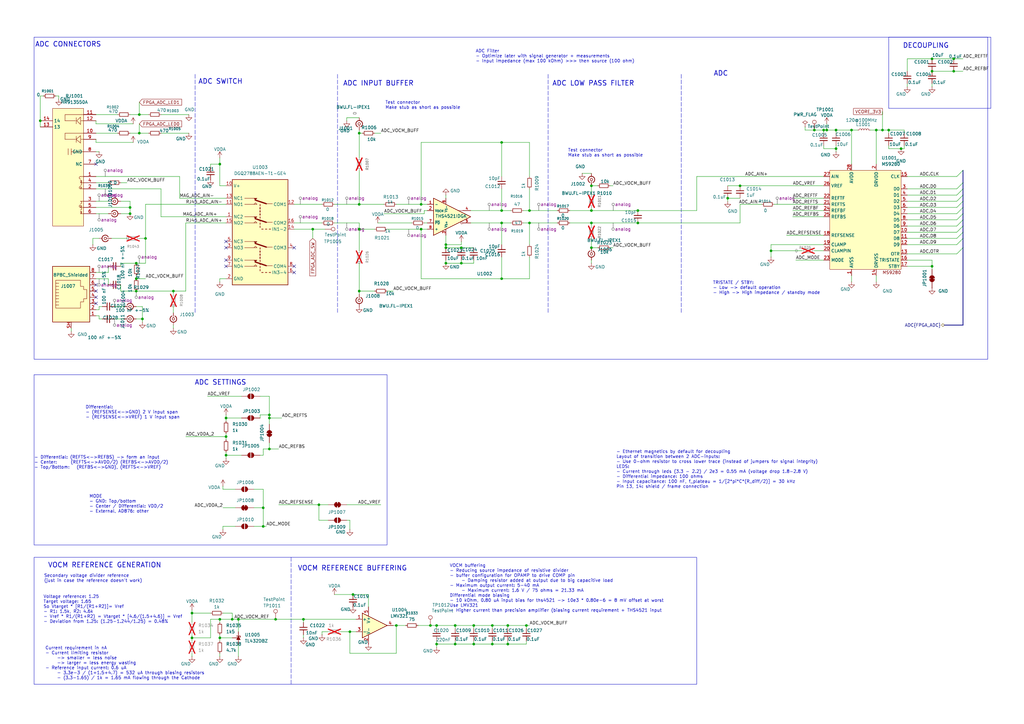
<source format=kicad_sch>
(kicad_sch (version 20250114) (generator "eeschema") (generator_version "9.0")
  (paper "A3")
  (rectangle (start 13.97 153.67) (end 158.75 223.52))
  (rectangle (start 364.49 15.24) (end 406.4 44.45))
  (rectangle (start 13.97 15.24) (end 405.13 147.32))
  (rectangle (start 13.97 228.6) (end 285.75 280.67))
  (text "ADC INPUT BUFFER" (at 155.194 34.29 0) (effects (font (size 2 2) (thickness 0.254) (bold yes))))
  (text "ADC" (at 295.656 30.226 0) (effects (font (size 2 2) (thickness 0.254) (bold yes))))
  (text "Secondary voltage divider reference \n(just in case the reference doesn't work)" (at 18.034 237.236 0) (effects (font (size 1.27 1.27)) (justify left)))
  (text "VOCM REFERENCE GENERATION" (at 42.926 231.902 0) (effects (font (size 2 2) (thickness 0.254) (bold yes))))
  (text "Differential: \n- (REFSENSE<->GND) 2 V input span\n- (REFSENSE<->VREF) 1 V input span" (at 35.052 169.164 0) (effects (font (size 1.27 1.27) (thickness 0.1588)) (justify left)))
  (text "ADC LOW PASS FILTER" (at 243.332 34.29 0) (effects (font (size 2 2) (thickness 0.254) (bold yes))))
  (text "MODE\n- GND: Top/bottom\n- Center / Differential: VDD/2\n- External, AD876: other" (at 36.576 206.756 0) (effects (font (size 1.27 1.27) (thickness 0.1588)) (justify left)))
  (text "VOCM buffering\n- Reducing source impedance of resistive divider\n- buffer configuration for OPAMP to drive COMP pin\n	- Damping resistor added at output due to big capacitive load\n- Maximum output current: 5-40 mA\n	- Maximum current: 1.6 V / 75 ohms = 21.33 mA\nDifferential mode biasing\n- 10 kOhm, 0.80 uA input bias for ths4521 -> 10e3 * 0.80e-6 = 8 mV offset at worst\nUse LMV321\n- Higher current than precision amplifier (biasing current requirement + THS4521 input" (at 184.404 241.3 0) (effects (font (size 1.27 1.27)) (justify left)))
  (text "ADC CONNECTORS" (at 27.94 18.288 0) (effects (font (size 2 2) (thickness 0.254) (bold yes))))
  (text "Test connector\nMake stub as short as possible" (at 232.918 62.738 0) (effects (font (size 1.27 1.27)) (justify left)))
  (text "ADC SWITCH" (at 90.424 33.528 0) (effects (font (size 2 2) (thickness 0.254) (bold yes))))
  (text "Voltage reference: 1.25\nTarget voltage: 1.65\nSo Vtarget * [R1/(R1+R2)]= Vref\n- R1: 1.5k, R2: 4.6k\n- Vref * R1/(R1+R2) = Vtarget * [4.6/(1.5+4.6)] = Vref\n- Deviation from 1.25: (1.25-1.244/1.25) = 0.48%" (at 17.78 249.936 0) (effects (font (size 1.27 1.27)) (justify left)))
  (text "ADC Filter\n- Optimize later with signal generator + measurements\n- Input impedance (max 100 kOhm) >>> then source (100 ohm)" (at 195.072 23.114 0) (effects (font (size 1.27 1.27)) (justify left)))
  (text "TRISTATE / STBY:\n- Low -> default operation\n- High -> High impedance / standby mode" (at 292.354 118.11 0) (effects (font (size 1.27 1.27) (thickness 0.1588)) (justify left)))
  (text "VOCM REFERENCE BUFFERING" (at 144.526 233.172 0) (effects (font (size 2 2) (thickness 0.254) (bold yes))))
  (text "- Ethernet magnetics by default for decoupling\nLayout of transition between 2 ADC-inputs:\n- Use 0-ohm resistor to cross lower trace (instead of jumpers for signal integrity)\nLEDS:\n- Current through leds (3.3 - 2.2) / 2e3 = 0.55 mA (voltage drop 1.8-2.8 V)\n- Differential impedance: 100 ohms\n- Input capacitance: 100 nF, f_plateau = 1/[2*pi*C*(R_diff/2)] = 30 kHz\nPin 13, 14: shield / frame connection" (at 252.73 192.532 0) (effects (font (size 1.27 1.27)) (justify left)))
  (text "DECOUPLING" (at 379.73 18.796 0) (effects (font (size 2 2) (thickness 0.254) (bold yes))))
  (text "ADC SETTINGS" (at 90.424 156.972 0) (effects (font (size 2 2) (thickness 0.254) (bold yes))))
  (text "Current requirement in nA\n- Current limiting resistor \n	-> smaller = less noise\n	-> larger = less energy wasting\n- Reference input current: 0.6 uA\n	- 3.3e-3 / (1+1.5+4.7) = 532 uA through biasing resistors\n	- (3.3-1.65) / 1k = 1.65 mA flowing through the Cathode" (at 18.542 272.034 0) (effects (font (size 1.27 1.27)) (justify left)))
  (text "- Differential: (REFTS<->REFBS) -> form an input\n- Center: 	(REFTS<->AVDD/2) (REFBS<->AVDD/2) \n- Top/Bottom:   (REFBS<->GND), (REFTS<->VREF)" (at 13.97 189.738 0) (effects (font (size 1.27 1.27) (thickness 0.1588)) (justify left)))
  (text "Test connector\nMake stub as short as possible" (at 157.988 43.18 0) (effects (font (size 1.27 1.27)) (justify left)))
  (junction (at 186.69 256.54))
  (junction (at 342.9 53.34))
  (junction (at 143.51 259.08))
  (junction (at 107.95 215.9))
  (junction (at 205.74 86.36))
  (junction (at 242.57 91.44))
  (junction (at 16.51 49.53))
  (junction (at 124.46 254))
  (junction (at 78.74 251.46))
  (junction (at 316.23 102.87))
  (junction (at 176.53 256.54))
  (junction (at 172.72 93.98))
  (junction (at 113.03 254))
  (junction (at 205.74 114.3))
  (junction (at 92.71 186.69))
  (junction (at 130.81 207.01))
  (junction (at 382.27 109.22))
  (junction (at 97.79 254))
  (junction (at 364.49 53.34))
  (junction (at 337.82 53.34))
  (junction (at 53.34 85.09))
  (junction (at 53.34 87.63))
  (junction (at 110.49 170.18))
  (junction (at 110.49 184.15))
  (junction (at 59.69 97.79))
  (junction (at 186.69 264.16))
  (junction (at 182.88 107.95))
  (junction (at 298.45 81.28))
  (junction (at 55.88 119.38))
  (junction (at 342.9 60.96))
  (junction (at 205.74 58.42))
  (junction (at 208.28 264.16))
  (junction (at 147.32 93.98))
  (junction (at 90.17 67.31))
  (junction (at 144.78 243.84))
  (junction (at 78.74 261.62))
  (junction (at 179.07 256.54))
  (junction (at 205.74 91.44))
  (junction (at 57.15 54.61))
  (junction (at 179.07 264.16))
  (junction (at 339.09 53.34))
  (junction (at 90.17 254))
  (junction (at 57.15 46.99))
  (junction (at 162.56 256.54))
  (junction (at 55.88 107.95))
  (junction (at 201.93 256.54))
  (junction (at 217.17 86.36))
  (junction (at 182.88 101.6))
  (junction (at 261.62 91.44))
  (junction (at 303.53 76.2))
  (junction (at 147.32 83.82))
  (junction (at 349.25 53.34))
  (junction (at 261.62 86.36))
  (junction (at 147.32 54.61))
  (junction (at 110.49 171.45))
  (junction (at 382.27 24.13))
  (junction (at 92.71 171.45))
  (junction (at 95.25 254))
  (junction (at 189.23 107.95))
  (junction (at 391.16 24.13))
  (junction (at 58.42 130.81))
  (junction (at 334.01 53.34))
  (junction (at 215.9 256.54))
  (junction (at 242.57 86.36))
  (junction (at 128.27 93.98))
  (junction (at 147.32 119.38))
  (junction (at 242.57 76.2))
  (junction (at 242.57 101.6))
  (junction (at 208.28 256.54))
  (junction (at 391.16 29.21))
  (junction (at 201.93 264.16))
  (junction (at 194.31 256.54))
  (junction (at 382.27 29.21))
  (junction (at 90.17 261.62))
  (junction (at 217.17 91.44))
  (junction (at 92.71 179.07))
  (junction (at 182.88 100.33))
  (junction (at 71.12 119.38))
  (junction (at 369.57 60.96))
  (junction (at 107.95 208.28))
  (junction (at 194.31 264.16))
  (junction (at 189.23 101.6))
  (junction (at 359.41 53.34))
  (junction (at 361.95 53.34))
  (junction (at 55.88 114.3))
  (junction (at 172.72 83.82))
  (no_connect (at 120.65 109.22))
  (no_connect (at 39.37 124.46))
  (no_connect (at 39.37 121.92))
  (no_connect (at 92.71 101.6))
  (no_connect (at 120.65 101.6))
  (no_connect (at 92.71 106.68))
  (no_connect (at 39.37 116.84))
  (no_connect (at 92.71 109.22))
  (no_connect (at 39.37 67.31))
  (no_connect (at 92.71 99.06))
  (no_connect (at 39.37 119.38))
  (no_connect (at 120.65 111.76))
  (bus_entry (at 392.43 80.01) (size 2.54 -2.54))
  (bus_entry (at 392.43 104.14) (size 2.54 -2.54))
  (bus_entry (at 392.43 77.47) (size 2.54 -2.54))
  (bus_entry (at 392.43 85.09) (size 2.54 -2.54))
  (bus_entry (at 392.43 90.17) (size 2.54 -2.54))
  (bus_entry (at 392.43 92.71) (size 2.54 -2.54))
  (bus_entry (at 392.43 100.33) (size 2.54 -2.54))
  (bus_entry (at 392.43 95.25) (size 2.54 -2.54))
  (bus_entry (at 392.43 82.55) (size 2.54 -2.54))
  (bus_entry (at 392.43 97.79) (size 2.54 -2.54))
  (bus_entry (at 392.43 87.63) (size 2.54 -2.54))
  (bus_entry (at 392.43 72.39) (size 2.54 -2.54))
  (wire (pts (xy 16.51 39.37) (xy 16.51 49.53)))
  (wire (pts (xy 372.11 109.22) (xy 382.27 109.22)))
  (wire (pts (xy 364.49 53.34) (xy 370.84 53.34)))
  (wire (pts (xy 46.99 125.73) (xy 50.8 125.73)))
  (wire (pts (xy 154.94 91.44) (xy 168.91 91.44)))
  (wire (pts (xy 76.2 91.44) (xy 76.2 119.38)))
  (wire (pts (xy 349.25 53.34) (xy 349.25 67.31)))
  (wire (pts (xy 58.42 125.73) (xy 58.42 130.81)))
  (wire (pts (xy 201.93 256.54) (xy 201.93 257.81)))
  (wire (pts (xy 97.79 254) (xy 97.79 259.08)))
  (wire (pts (xy 359.41 53.34) (xy 359.41 67.31)))
  (wire (pts (xy 205.74 58.42) (xy 217.17 58.42)))
  (wire (pts (xy 173.99 86.36) (xy 175.26 86.36)))
  (wire (pts (xy 46.99 130.81) (xy 50.8 130.81)))
  (wire (pts (xy 162.56 267.97) (xy 143.51 267.97)))
  (wire (pts (xy 44.45 114.3) (xy 44.45 116.84)))
  (wire (pts (xy 49.53 107.95) (xy 49.53 109.22)))
  (wire (pts (xy 298.45 81.28) (xy 303.53 81.28)))
  (wire (pts (xy 238.76 71.12) (xy 242.57 71.12)))
  (wire (pts (xy 86.36 67.31) (xy 90.17 67.31)))
  (wire (pts (xy 372.11 85.09) (xy 392.43 85.09)))
  (wire (pts (xy 242.57 86.36) (xy 261.62 86.36)))
  (wire (pts (xy 130.81 207.01) (xy 134.62 207.01)))
  (wire (pts (xy 322.58 96.52) (xy 337.82 96.52)))
  (wire (pts (xy 107.95 200.66) (xy 107.95 208.28)))
  (wire (pts (xy 66.04 88.9) (xy 92.71 88.9)))
  (wire (pts (xy 382.27 34.29) (xy 382.27 35.56)))
  (wire (pts (xy 143.51 259.08) (xy 143.51 267.97)))
  (wire (pts (xy 58.42 130.81) (xy 58.42 132.08)))
  (wire (pts (xy 90.17 261.62) (xy 90.17 262.89)))
  (wire (pts (xy 114.3 184.15) (xy 110.49 184.15)))
  (wire (pts (xy 245.11 101.6) (xy 242.57 101.6)))
  (wire (pts (xy 49.53 82.55) (xy 53.34 82.55)))
  (wire (pts (xy 157.48 87.63) (xy 173.99 87.63)))
  (polyline (pts (xy 138.43 30.48) (xy 138.43 128.27)) (stroke (width 0) (type dash)))
  (wire (pts (xy 40.64 127) (xy 39.37 127)))
  (wire (pts (xy 215.9 257.81) (xy 215.9 256.54)))
  (wire (pts (xy 147.32 69.85) (xy 147.32 83.82)))
  (wire (pts (xy 151.13 243.84) (xy 151.13 248.92)))
  (wire (pts (xy 217.17 256.54) (xy 215.9 256.54)))
  (wire (pts (xy 73.66 81.28) (xy 73.66 72.39)))
  (wire (pts (xy 39.37 58.42) (xy 39.37 57.15)))
  (wire (pts (xy 92.71 179.07) (xy 92.71 180.34)))
  (wire (pts (xy 109.22 215.9) (xy 107.95 215.9)))
  (wire (pts (xy 92.71 177.8) (xy 92.71 179.07)))
  (wire (pts (xy 325.12 81.28) (xy 337.82 81.28)))
  (wire (pts (xy 78.74 267.97) (xy 78.74 269.24)))
  (wire (pts (xy 66.04 54.61) (xy 77.47 54.61)))
  (wire (pts (xy 330.2 53.34) (xy 330.2 52.07)))
  (wire (pts (xy 370.84 59.69) (xy 370.84 60.96)))
  (wire (pts (xy 172.72 93.98) (xy 172.72 114.3)))
  (wire (pts (xy 107.95 215.9) (xy 104.14 215.9)))
  (wire (pts (xy 106.68 170.18) (xy 110.49 170.18)))
  (wire (pts (xy 148.59 54.61) (xy 147.32 54.61)))
  (wire (pts (xy 85.09 162.56) (xy 99.06 162.56)))
  (wire (pts (xy 95.25 254) (xy 97.79 254)))
  (wire (pts (xy 217.17 105.41) (xy 217.17 114.3)))
  (wire (pts (xy 44.45 82.55) (xy 39.37 82.55)))
  (wire (pts (xy 166.37 256.54) (xy 162.56 256.54)))
  (wire (pts (xy 186.69 264.16) (xy 186.69 262.89)))
  (wire (pts (xy 285.75 72.39) (xy 337.82 72.39)))
  (wire (pts (xy 59.69 97.79) (xy 59.69 107.95)))
  (wire (pts (xy 317.5 83.82) (xy 337.82 83.82)))
  (wire (pts (xy 78.74 261.62) (xy 86.36 261.62)))
  (polyline (pts (xy 224.79 30.48) (xy 224.79 128.27)) (stroke (width 0) (type dash)))
  (polyline (pts (xy 279.4 30.48) (xy 279.4 128.27)) (stroke (width 0) (type dash)))
  (wire (pts (xy 372.11 77.47) (xy 392.43 77.47)))
  (wire (pts (xy 44.45 111.76) (xy 44.45 109.22)))
  (wire (pts (xy 194.31 107.95) (xy 189.23 107.95)))
  (wire (pts (xy 147.32 91.44) (xy 147.32 93.98)))
  (wire (pts (xy 194.31 256.54) (xy 186.69 256.54)))
  (wire (pts (xy 349.25 53.34) (xy 351.79 53.34)))
  (wire (pts (xy 186.69 264.16) (xy 194.31 264.16)))
  (wire (pts (xy 124.46 254) (xy 146.05 254)))
  (wire (pts (xy 364.49 53.34) (xy 364.49 54.61)))
  (wire (pts (xy 245.11 76.2) (xy 242.57 76.2)))
  (wire (pts (xy 53.34 85.09) (xy 53.34 87.63)))
  (wire (pts (xy 53.34 54.61) (xy 57.15 54.61)))
  (wire (pts (xy 39.37 77.47) (xy 66.04 77.47)))
  (wire (pts (xy 55.88 125.73) (xy 58.42 125.73)))
  (wire (pts (xy 29.21 134.62) (xy 29.21 135.89)))
  (wire (pts (xy 71.12 134.62) (xy 71.12 133.35)))
  (wire (pts (xy 372.11 24.13) (xy 382.27 24.13)))
  (wire (pts (xy 189.23 101.6) (xy 194.31 101.6)))
  (wire (pts (xy 147.32 83.82) (xy 157.48 83.82)))
  (wire (pts (xy 48.26 46.99) (xy 39.37 46.99)))
  (wire (pts (xy 40.64 129.54) (xy 39.37 129.54)))
  (wire (pts (xy 316.23 100.33) (xy 337.82 100.33)))
  (wire (pts (xy 326.39 106.68) (xy 337.82 106.68)))
  (wire (pts (xy 91.44 215.9) (xy 91.44 217.17)))
  (wire (pts (xy 73.66 81.28) (xy 92.71 81.28)))
  (wire (pts (xy 124.46 261.62) (xy 124.46 260.35)))
  (wire (pts (xy 49.53 119.38) (xy 49.53 116.84)))
  (wire (pts (xy 359.41 113.03) (xy 359.41 115.57)))
  (wire (pts (xy 382.27 106.68) (xy 382.27 109.22)))
  (wire (pts (xy 92.71 170.18) (xy 92.71 171.45)))
  (wire (pts (xy 337.82 53.34) (xy 337.82 54.61)))
  (wire (pts (xy 205.74 58.42) (xy 205.74 72.39)))
  (wire (pts (xy 78.74 251.46) (xy 78.74 255.27)))
  (wire (pts (xy 372.11 97.79) (xy 392.43 97.79)))
  (wire (pts (xy 147.32 102.87) (xy 147.32 93.98)))
  (wire (pts (xy 128.27 93.98) (xy 128.27 97.79)))
  (wire (pts (xy 90.17 67.31) (xy 90.17 76.2)))
  (wire (pts (xy 55.88 119.38) (xy 71.12 119.38)))
  (wire (pts (xy 285.75 86.36) (xy 285.75 72.39)))
  (wire (pts (xy 120.65 83.82) (xy 132.08 83.82)))
  (wire (pts (xy 194.31 256.54) (xy 194.31 257.81)))
  (wire (pts (xy 92.71 186.69) (xy 92.71 187.96)))
  (wire (pts (xy 92.71 185.42) (xy 92.71 186.69)))
  (wire (pts (xy 49.53 87.63) (xy 53.34 87.63)))
  (wire (pts (xy 134.62 213.36) (xy 130.81 213.36)))
  (wire (pts (xy 49.53 74.93) (xy 52.07 74.93)))
  (wire (pts (xy 303.53 83.82) (xy 303.53 91.44)))
  (wire (pts (xy 24.13 39.37) (xy 24.13 40.64)))
  (wire (pts (xy 391.16 29.21) (xy 394.97 29.21)))
  (wire (pts (xy 90.17 260.35) (xy 90.17 261.62)))
  (wire (pts (xy 242.57 97.79) (xy 242.57 101.6)))
  (wire (pts (xy 142.24 49.53) (xy 142.24 48.26)))
  (wire (pts (xy 194.31 264.16) (xy 194.31 262.89)))
  (wire (pts (xy 179.07 265.43) (xy 179.07 264.16)))
  (polyline (pts (xy 119.38 228.6) (xy 119.38 280.67)) (stroke (width 0) (type dash)))
  (wire (pts (xy 57.15 46.99) (xy 60.96 46.99)))
  (wire (pts (xy 372.11 72.39) (xy 392.43 72.39)))
  (bus (pts (xy 394.97 87.63) (xy 394.97 85.09)))
  (wire (pts (xy 55.88 113.03) (xy 55.88 114.3)))
  (wire (pts (xy 91.44 215.9) (xy 96.52 215.9)))
  (wire (pts (xy 151.13 243.84) (xy 144.78 243.84)))
  (wire (pts (xy 205.74 86.36) (xy 209.55 86.36)))
  (wire (pts (xy 110.49 171.45) (xy 115.57 171.45)))
  (wire (pts (xy 110.49 170.18) (xy 110.49 171.45)))
  (wire (pts (xy 242.57 106.68) (xy 242.57 107.95)))
  (wire (pts (xy 153.67 54.61) (xy 156.21 54.61)))
  (wire (pts (xy 158.75 119.38) (xy 161.29 119.38)))
  (wire (pts (xy 73.66 72.39) (xy 39.37 72.39)))
  (wire (pts (xy 44.45 87.63) (xy 39.37 87.63)))
  (wire (pts (xy 179.07 256.54) (xy 176.53 256.54)))
  (wire (pts (xy 39.37 111.76) (xy 44.45 111.76)))
  (wire (pts (xy 172.72 93.98) (xy 175.26 93.98)))
  (bus (pts (xy 394.97 85.09) (xy 394.97 82.55)))
  (wire (pts (xy 78.74 260.35) (xy 78.74 261.62)))
  (wire (pts (xy 193.04 91.44) (xy 205.74 91.44)))
  (wire (pts (xy 172.72 83.82) (xy 172.72 58.42)))
  (wire (pts (xy 41.91 125.73) (xy 40.64 125.73)))
  (wire (pts (xy 382.27 29.21) (xy 391.16 29.21)))
  (wire (pts (xy 372.11 90.17) (xy 392.43 90.17)))
  (wire (pts (xy 137.16 83.82) (xy 147.32 83.82)))
  (wire (pts (xy 298.45 81.28) (xy 298.45 82.55)))
  (wire (pts (xy 372.11 104.14) (xy 392.43 104.14)))
  (wire (pts (xy 217.17 77.47) (xy 217.17 86.36)))
  (wire (pts (xy 359.41 53.34) (xy 361.95 53.34)))
  (wire (pts (xy 59.69 83.82) (xy 59.69 97.79)))
  (wire (pts (xy 182.88 100.33) (xy 182.88 101.6)))
  (wire (pts (xy 298.45 76.2) (xy 303.53 76.2)))
  (wire (pts (xy 316.23 102.87) (xy 316.23 105.41)))
  (wire (pts (xy 205.74 91.44) (xy 205.74 100.33)))
  (wire (pts (xy 107.95 208.28) (xy 104.14 208.28)))
  (wire (pts (xy 205.74 114.3) (xy 217.17 114.3)))
  (wire (pts (xy 208.28 264.16) (xy 208.28 262.89)))
  (wire (pts (xy 71.12 128.27) (xy 71.12 125.73)))
  (wire (pts (xy 137.16 243.84) (xy 144.78 243.84)))
  (wire (pts (xy 22.86 39.37) (xy 24.13 39.37)))
  (bus (pts (xy 394.97 101.6) (xy 394.97 97.79)))
  (wire (pts (xy 90.17 114.3) (xy 90.17 115.57)))
  (wire (pts (xy 128.27 93.98) (xy 133.35 93.98)))
  (wire (pts (xy 339.09 53.34) (xy 339.09 50.8)))
  (wire (pts (xy 66.04 88.9) (xy 66.04 77.47)))
  (wire (pts (xy 53.34 46.99) (xy 57.15 46.99)))
  (wire (pts (xy 372.11 24.13) (xy 372.11 29.21)))
  (wire (pts (xy 16.51 39.37) (xy 17.78 39.37)))
  (wire (pts (xy 325.12 86.36) (xy 337.82 86.36)))
  (wire (pts (xy 172.72 83.82) (xy 175.26 83.82)))
  (wire (pts (xy 342.9 60.96) (xy 342.9 62.23)))
  (wire (pts (xy 189.23 100.33) (xy 189.23 99.06)))
  (wire (pts (xy 173.99 91.44) (xy 175.26 91.44)))
  (wire (pts (xy 147.32 119.38) (xy 153.67 119.38)))
  (wire (pts (xy 55.88 114.3) (xy 59.69 114.3)))
  (wire (pts (xy 120.65 91.44) (xy 132.08 91.44)))
  (wire (pts (xy 55.88 107.95) (xy 59.69 107.95)))
  (wire (pts (xy 39.37 74.93) (xy 44.45 74.93)))
  (wire (pts (xy 41.91 130.81) (xy 40.64 130.81)))
  (wire (pts (xy 132.08 260.35) (xy 132.08 259.08)))
  (wire (pts (xy 110.49 162.56) (xy 110.49 170.18)))
  (wire (pts (xy 342.9 53.34) (xy 342.9 54.61)))
  (wire (pts (xy 233.68 86.36) (xy 242.57 86.36)))
  (wire (pts (xy 60.96 54.61) (xy 57.15 54.61)))
  (wire (pts (xy 91.44 200.66) (xy 96.52 200.66)))
  (wire (pts (xy 53.34 82.55) (xy 53.34 85.09)))
  (wire (pts (xy 147.32 53.34) (xy 147.32 54.61)))
  (wire (pts (xy 342.9 53.34) (xy 349.25 53.34)))
  (wire (pts (xy 107.95 200.66) (xy 104.14 200.66)))
  (wire (pts (xy 86.36 261.62) (xy 86.36 254)))
  (wire (pts (xy 205.74 91.44) (xy 209.55 91.44)))
  (wire (pts (xy 214.63 86.36) (xy 217.17 86.36)))
  (wire (pts (xy 40.64 130.81) (xy 40.64 129.54)))
  (wire (pts (xy 194.31 264.16) (xy 201.93 264.16)))
  (wire (pts (xy 208.28 256.54) (xy 201.93 256.54)))
  (wire (pts (xy 361.95 53.34) (xy 364.49 53.34)))
  (wire (pts (xy 303.53 76.2) (xy 337.82 76.2)))
  (wire (pts (xy 182.88 107.95) (xy 182.88 106.68)))
  (wire (pts (xy 194.31 106.68) (xy 194.31 107.95)))
  (wire (pts (xy 147.32 120.65) (xy 147.32 119.38)))
  (wire (pts (xy 339.09 53.34) (xy 337.82 53.34)))
  (wire (pts (xy 339.09 53.34) (xy 342.9 53.34)))
  (wire (pts (xy 233.68 91.44) (xy 242.57 91.44)))
  (wire (pts (xy 261.62 91.44) (xy 303.53 91.44)))
  (wire (pts (xy 113.03 254) (xy 124.46 254)))
  (wire (pts (xy 394.97 24.13) (xy 391.16 24.13)))
  (wire (pts (xy 76.2 179.07) (xy 92.71 179.07)))
  (wire (pts (xy 97.79 254) (xy 113.03 254)))
  (wire (pts (xy 330.2 53.34) (xy 334.01 53.34)))
  (wire (pts (xy 147.32 93.98) (xy 153.67 93.98)))
  (wire (pts (xy 217.17 58.42) (xy 217.17 72.39)))
  (wire (pts (xy 143.51 213.36) (xy 143.51 217.17)))
  (wire (pts (xy 39.37 85.09) (xy 53.34 85.09)))
  (wire (pts (xy 76.2 91.44) (xy 92.71 91.44)))
  (wire (pts (xy 91.44 251.46) (xy 95.25 251.46)))
  (wire (pts (xy 91.44 199.39) (xy 91.44 200.66)))
  (wire (pts (xy 242.57 92.71) (xy 242.57 91.44)))
  (wire (pts (xy 128.27 93.98) (xy 120.65 93.98)))
  (wire (pts (xy 142.24 213.36) (xy 143.51 213.36)))
  (wire (pts (xy 158.75 93.98) (xy 172.72 93.98)))
  (wire (pts (xy 334.01 53.34) (xy 337.82 53.34)))
  (wire (pts (xy 107.95 184.15) (xy 110.49 184.15)))
  (wire (pts (xy 40.64 62.23) (xy 39.37 62.23)))
  (wire (pts (xy 215.9 256.54) (xy 208.28 256.54)))
  (wire (pts (xy 186.69 256.54) (xy 179.07 256.54)))
  (wire (pts (xy 92.71 171.45) (xy 99.06 171.45)))
  (wire (pts (xy 217.17 91.44) (xy 228.6 91.44)))
  (wire (pts (xy 130.81 207.01) (xy 130.81 213.36)))
  (wire (pts (xy 173.99 87.63) (xy 173.99 86.36)))
  (bus (pts (xy 387.35 133.35) (xy 394.97 133.35)))
  (wire (pts (xy 372.11 100.33) (xy 392.43 100.33)))
  (wire (pts (xy 369.57 60.96) (xy 364.49 60.96)))
  (wire (pts (xy 179.07 257.81) (xy 179.07 256.54)))
  (wire (pts (xy 130.81 207.01) (xy 114.3 207.01)))
  (wire (pts (xy 147.32 91.44) (xy 137.16 91.44)))
  (wire (pts (xy 92.71 171.45) (xy 92.71 172.72)))
  (wire (pts (xy 86.36 68.58) (xy 86.36 67.31)))
  (wire (pts (xy 90.17 254) (xy 95.25 254)))
  (wire (pts (xy 242.57 91.44) (xy 261.62 91.44)))
  (wire (pts (xy 382.27 24.13) (xy 391.16 24.13)))
  (wire (pts (xy 182.88 107.95) (xy 189.23 107.95)))
  (wire (pts (xy 201.93 264.16) (xy 201.93 262.89)))
  (wire (pts (xy 208.28 264.16) (xy 215.9 264.16)))
  (wire (pts (xy 39.37 50.8) (xy 39.37 49.53)))
  (bus (pts (xy 394.97 90.17) (xy 394.97 87.63)))
  (wire (pts (xy 142.24 48.26) (xy 147.32 48.26)))
  (wire (pts (xy 97.79 269.24) (xy 97.79 264.16)))
  (wire (pts (xy 39.37 58.42) (xy 54.61 58.42)))
  (wire (pts (xy 39.37 50.8) (xy 54.61 50.8)))
  (wire (pts (xy 71.12 119.38) (xy 76.2 119.38)))
  (wire (pts (xy 49.53 107.95) (xy 55.88 107.95)))
  (wire (pts (xy 90.17 76.2) (xy 92.71 76.2)))
  (wire (pts (xy 370.84 60.96) (xy 369.57 60.96)))
  (wire (pts (xy 16.51 49.53) (xy 16.51 52.07)))
  (wire (pts (xy 325.12 88.9) (xy 337.82 88.9)))
  (wire (pts (xy 337.82 60.96) (xy 337.82 59.69)))
  (wire (pts (xy 90.17 267.97) (xy 90.17 269.24)))
  (wire (pts (xy 370.84 53.34) (xy 370.84 54.61)))
  (wire (pts (xy 147.32 107.95) (xy 147.32 119.38)))
  (wire (pts (xy 316.23 100.33) (xy 316.23 102.87)))
  (wire (pts (xy 251.46 76.2) (xy 250.19 76.2)))
  (wire (pts (xy 162.56 256.54) (xy 161.29 256.54)))
  (wire (pts (xy 92.71 186.69) (xy 99.06 186.69)))
  (wire (pts (xy 201.93 256.54) (xy 194.31 256.54)))
  (wire (pts (xy 107.95 184.15) (xy 107.95 186.69)))
  (wire (pts (xy 182.88 81.28) (xy 182.88 80.01)))
  (wire (pts (xy 361.95 45.72) (xy 361.95 53.34)))
  (wire (pts (xy 193.04 86.36) (xy 205.74 86.36)))
  (wire (pts (xy 57.15 50.8) (xy 57.15 54.61)))
  (wire (pts (xy 182.88 101.6) (xy 189.23 101.6)))
  (wire (pts (xy 106.68 170.18) (xy 106.68 171.45)))
  (wire (pts (xy 162.56 83.82) (xy 172.72 83.82)))
  (wire (pts (xy 110.49 181.61) (xy 110.49 184.15)))
  (wire (pts (xy 71.12 120.65) (xy 71.12 119.38)))
  (wire (pts (xy 337.82 60.96) (xy 342.9 60.96)))
  (wire (pts (xy 139.7 259.08) (xy 143.51 259.08)))
  (wire (pts (xy 364.49 59.69) (xy 364.49 60.96)))
  (bus (pts (xy 394.97 77.47) (xy 394.97 74.93)))
  (wire (pts (xy 172.72 58.42) (xy 205.74 58.42)))
  (wire (pts (xy 342.9 59.69) (xy 342.9 60.96)))
  (wire (pts (xy 78.74 251.46) (xy 86.36 251.46)))
  (wire (pts (xy 143.51 259.08) (xy 146.05 259.08)))
  (wire (pts (xy 251.46 101.6) (xy 250.19 101.6)))
  (wire (pts (xy 90.17 64.77) (xy 90.17 67.31)))
  (wire (pts (xy 90.17 261.62) (xy 95.25 261.62)))
  (wire (pts (xy 242.57 85.09) (xy 242.57 86.36)))
  (wire (pts (xy 78.74 250.19) (xy 78.74 251.46)))
  (wire (pts (xy 372.11 82.55) (xy 392.43 82.55)))
  (wire (pts (xy 86.36 254) (xy 90.17 254)))
  (wire (pts (xy 162.56 267.97) (xy 162.56 256.54)))
  (wire (pts (xy 90.17 114.3) (xy 92.71 114.3)))
  (wire (pts (xy 205.74 114.3) (xy 172.72 114.3)))
  (wire (pts (xy 124.46 255.27) (xy 124.46 254)))
  (bus (pts (xy 394.97 97.79) (xy 394.97 95.25)))
  (wire (pts (xy 186.69 256.54) (xy 186.69 257.81)))
  (wire (pts (xy 205.74 77.47) (xy 205.74 86.36)))
  (wire (pts (xy 78.74 261.62) (xy 78.74 262.89)))
  (wire (pts (xy 217.17 91.44) (xy 217.17 100.33)))
  (wire (pts (xy 107.95 208.28) (xy 107.95 215.9)))
  (wire (pts (xy 90.17 255.27) (xy 90.17 254)))
  (wire (pts (xy 242.57 80.01) (xy 242.57 76.2)))
  (wire (pts (xy 179.07 264.16) (xy 186.69 264.16)))
  (wire (pts (xy 106.68 162.56) (xy 110.49 162.56)))
  (wire (pts (xy 57.15 41.91) (xy 57.15 46.99)))
  (wire (pts (xy 372.11 95.25) (xy 392.43 95.25)))
  (wire (pts (xy 349.25 113.03) (xy 349.25 115.57)))
  (wire (pts (xy 38.1 100.33) (xy 38.1 97.79)))
  (wire (pts (xy 107.95 186.69) (xy 106.68 186.69)))
  (wire (pts (xy 132.08 259.08) (xy 134.62 259.08)))
  (wire (pts (xy 372.11 80.01) (xy 392.43 80.01)))
  (bus (pts (xy 394.97 80.01) (xy 394.97 77.47)))
  (wire (pts (xy 176.53 256.54) (xy 171.45 256.54)))
  (bus (pts (xy 394.97 82.55) (xy 394.97 80.01)))
  (wire (pts (xy 189.23 107.95) (xy 189.23 106.68)))
  (wire (pts (xy 110.49 171.45) (xy 110.49 173.99)))
  (wire (pts (xy 49.53 119.38) (xy 55.88 119.38)))
  (wire (pts (xy 40.64 125.73) (xy 40.64 127)))
  (wire (pts (xy 356.87 53.34) (xy 359.41 53.34)))
  (wire (pts (xy 48.26 54.61) (xy 39.37 54.61)))
  (wire (pts (xy 205.74 105.41) (xy 205.74 114.3)))
  (wire (pts (xy 66.04 46.99) (xy 77.47 46.99)))
  (wire (pts (xy 372.11 34.29) (xy 372.11 35.56)))
  (polyline (pts (xy 80.01 30.48) (xy 80.01 128.27)) (stroke (width 0) (type dash)))
  (wire (pts (xy 382.27 109.22) (xy 382.27 110.49)))
  (wire (pts (xy 217.17 86.36) (xy 228.6 86.36)))
  (wire (pts (xy 328.93 102.87) (xy 316.23 102.87)))
  (wire (pts (xy 52.07 97.79) (xy 45.72 97.79)))
  (wire (pts (xy 261.62 86.36) (xy 285.75 86.36)))
  (wire (pts (xy 215.9 264.16) (xy 215.9 262.89)))
  (wire (pts (xy 39.37 114.3) (xy 44.45 114.3)))
  (wire (pts (xy 372.11 106.68) (xy 382.27 106.68)))
  (wire (pts (xy 334.01 102.87) (xy 337.82 102.87)))
  (wire (pts (xy 179.07 264.16) (xy 179.07 262.89)))
  (wire (pts (xy 182.88 96.52) (xy 182.88 100.33)))
  (wire (pts (xy 214.63 91.44) (xy 217.17 91.44)))
  (bus (pts (xy 394.97 74.93) (xy 394.97 69.85)))
  (wire (pts (xy 372.11 87.63) (xy 392.43 87.63)))
  (wire (pts (xy 57.15 97.79) (xy 59.69 97.79)))
  (bus (pts (xy 394.97 95.25) (xy 394.97 92.71)))
  (bus (pts (xy 394.97 92.71) (xy 394.97 90.17)))
  (wire (pts (xy 55.88 130.81) (xy 58.42 130.81)))
  (wire (pts (xy 303.53 83.82) (xy 312.42 83.82)))
  (wire (pts (xy 208.28 257.81) (xy 208.28 256.54)))
  (wire (pts (xy 38.1 97.79) (xy 40.64 97.79)))
  (wire (pts (xy 95.25 251.46) (xy 95.25 254)))
  (wire (pts (xy 91.44 208.28) (xy 96.52 208.28)))
  (wire (pts (xy 189.23 100.33) (xy 182.88 100.33)))
  (wire (pts (xy 59.69 83.82) (xy 92.71 83.82)))
  (wire (pts (xy 147.32 54.61) (xy 147.32 64.77)))
  (wire (pts (xy 156.21 207.01) (xy 142.24 207.01)))
  (wire (pts (xy 372.11 92.71) (xy 392.43 92.71)))
  (bus (pts (xy 394.97 133.35) (xy 394.97 101.6)))
  (wire (pts (xy 201.93 264.16) (xy 208.28 264.16)))
  (label "ADC_MODE" (at 109.22 215.9 0))
  (label "MAG_ADC_AIN-" (at 73.66 81.28 0))
  (label "ADC_VREF" (at 156.21 207.01 180))
  (label "ADC_AIN-" (at 312.42 83.82 180))
  (label "RJ45_ADC_AIN+" (at 76.2 91.44 0))
  (label "ADC_VOCM_BUFF" (at 157.48 87.63 0))
  (label "ADC_REFTF" (at 325.12 81.28 0))
  (label "ADC_REFBS" (at 325.12 88.9 0))
  (label "ADC_REFTF" (at 394.97 24.13 0))
  (label "ADC_VDDA_2" (at 76.2 179.07 0))
  (label "ADC_VOCM_BUFF" (at 251.46 76.2 0))
  (label "ADC_REFBF" (at 394.97 29.21 0))
  (label "ADC_VOCM_BUFF" (at 217.17 256.54 0))
  (label "ADC_VOCM_BUFF" (at 52.07 74.93 0))
  (label "ADC.D7" (at 377.19 95.25 0))
  (label "ADC_REFSENSE" (at 322.58 96.52 0))
  (label "ADC_VOCM_BUFF" (at 251.46 101.6 0))
  (label "ADC_VOCM_REF" (at 110.49 254 180))
  (label "ADC.CLK" (at 377.19 72.39 0))
  (label "ADC.D9" (at 377.19 100.33 0))
  (label "RJ45_ADC_AIN-" (at 76.2 83.82 0))
  (label "ADC_REFTS" (at 115.57 171.45 0))
  (label "ADC_MODE" (at 326.39 106.68 0))
  (label "ADC_REFBF" (at 325.12 86.36 0))
  (label "ADC.D8" (at 377.19 97.79 0))
  (label "ADC.OTR" (at 377.19 104.14 0))
  (label "ADC_REFTS" (at 325.12 83.82 0))
  (label "ADC.D5" (at 377.19 90.17 0))
  (label "ADC_AIN+" (at 314.96 72.39 180))
  (label "ADC.D0" (at 377.19 77.47 0))
  (label "ADC_VOCM_BUFF" (at 59.69 114.3 0))
  (label "ADC.D6" (at 377.19 92.71 0))
  (label "ADC_VREF" (at 85.09 162.56 0))
  (label "ADC_VOCM_BUFF" (at 156.21 54.61 0))
  (label "ADC.D3" (at 377.19 85.09 0))
  (label "ADC.D4" (at 377.19 87.63 0))
  (label "ADC.D2" (at 377.19 82.55 0))
  (label "ADC_VOCM_BUFF" (at 161.29 119.38 0))
  (label "ADC_VDDA_2" (at 91.44 208.28 180))
  (label "MAG_ADC_AIN+" (at 74.93 88.9 0))
  (label "ADC_REFSENSE" (at 114.3 207.01 0))
  (label "ADC_REFBS" (at 114.3 184.15 0))
  (label "ADC_VREF" (at 325.12 76.2 0))
  (label "ADC.D1" (at 377.19 80.01 0))
  (global_label "FPGA_ADC_LED1" (shape input) (at 57.15 41.91 0) (property "Intersheetrefs" "${INTERSHEET_REFS}" (effects (hide yes))))
  (global_label "VCORE_3V3" (shape passive) (at 361.95 45.72 180) (property "Intersheetrefs" "${INTERSHEET_REFS}" (effects (hide yes))))
  (global_label "FPGA_ADC_SW" (shape input) (at 128.27 97.79 270) (property "Intersheetrefs" "${INTERSHEET_REFS}" (effects (hide yes))))
  (global_label "FPGA_ADC_LED0" (shape input) (at 57.15 50.8 0) (property "Intersheetrefs" "${INTERSHEET_REFS}" (effects (hide yes))))
  (hierarchical_label "ADC{FPGA_ADC}" (shape bidirectional) (at 387.35 133.35 180))
  (netclass_flag "" (length 2.54) (shape round) (at 57.15 107.95 0) (property "Netclass" "analog" (at 57.8485 105.41 0) (effects (justify left))))
  (netclass_flag "" (length 2.54) (shape round) (at 40.64 82.55 0) (property "Netclass" "analog" (at 41.3385 80.01 0) (effects (justify left))))
  (netclass_flag "" (length 2.54) (shape round) (at 142.24 91.44 180) (property "Netclass" "analog" (at 142.9385 93.98 0) (effects (justify left))))
  (netclass_flag "" (length 2.54) (shape round) (at 167.64 93.98 180) (property "Netclass" "analog" (at 168.3385 96.52 0) (effects (justify left))))
  (netclass_flag "" (length 2.54) (shape round) (at 43.18 72.39 0) (property "Netclass" "analog" (at 43.8785 69.85 0) (effects (justify left))))
  (netclass_flag "" (length 2.54) (shape round) (at 40.64 87.63 180) (property "Netclass" "analog" (at 41.3385 90.17 0) (effects (justify left))))
  (netclass_flag "" (length 2.54) (shape round) (at 46.99 125.73 0) (property "Netclass" "analog" (at 47.6885 123.19 0) (effects (justify left))))
  (netclass_flag "" (length 2.54) (shape round) (at 123.19 91.44 0) (property "Netclass" "analog" (at 123.8885 88.9 0) (effects (justify left))))
  (netclass_flag "" (length 2.54) (shape round) (at 40.64 111.76 0) (property "Netclass" "analog" (at 41.3385 109.22 0) (effects (justify left))))
  (netclass_flag "" (length 2.54) (shape round) (at 123.19 83.82 0) (property "Netclass" "analog" (at 123.8885 81.28 0) (effects (justify left))))
  (netclass_flag "" (length 2.54) (shape round) (at 200.66 86.36 0) (property "Netclass" "analog" (at 201.3585 83.82 0) (effects (justify left))))
  (netclass_flag "" (length 2.54) (shape round) (at 251.5034 86.36 0) (property "Netclass" "analog" (at 252.2019 83.82 0) (effects (justify left))))
  (netclass_flag "" (length 2.54) (shape round) (at 251.46 91.44 180) (property "Netclass" "analog" (at 252.1585 93.98 0) (effects (justify left))))
  (netclass_flag "" (length 2.54) (shape round) (at 220.98 86.36 0) (property "Netclass" "analog" (at 221.6785 83.82 0) (effects (justify left))))
  (netclass_flag "" (length 2.54) (shape round) (at 318.77 83.82 0) (property "Netclass" "analog" (at 319.4685 81.28 0) (effects (justify left))))
  (netclass_flag "" (length 2.54) (shape round) (at 167.64 83.82 0) (property "Netclass" "analog" (at 168.3385 81.28 0) (effects (justify left))))
  (netclass_flag "" (length 2.54) (shape round) (at 220.98 91.44 180) (property "Netclass" "analog" (at 221.6785 93.98 0) (effects (justify left))))
  (netclass_flag "" (length 2.54) (shape round) (at 55.88 119.38 180) (property "Netclass" "analog" (at 56.5785 121.92 0) (effects (justify left))))
  (netclass_flag "" (length 2.54) (shape round) (at 43.18 77.47 180) (property "Netclass" "analog" (at 43.8785 80.01 0) (effects (justify left))))
  (netclass_flag "" (length 2.54) (shape round) (at 200.66 91.44 180) (property "Netclass" "analog" (at 201.3585 93.98 0) (effects (justify left))))
  (netclass_flag "" (length 2.54) (shape round) (at 142.24 83.82 0) (property "Netclass" "analog" (at 142.9385 81.28 0) (effects (justify left))))
  (netclass_flag "" (length 2.54) (shape round) (at 40.64 114.3 180) (property "Netclass" "analog" (at 41.3385 116.84 0) (effects (justify left))))
  (netclass_flag "" (length 2.54) (shape round) (at 46.99 130.81 180) (property "Netclass" "analog" (at 47.6885 133.35 0) (effects (justify left))))
  (symbol (lib_id "Reference_Voltage:TL432DBZ") (at 97.79 261.62 90) (unit 1)
    (property "Reference" "U1005" (at 100.33 260.3499 90) (effects (justify right)))
    (property "Value" "TL432DBZ" (at 100.33 262.8899 90) (effects (justify right)))
    (property "Footprint" "Package_TO_SOT_SMD:SOT-23" (effects (hide yes)))
    (property "Datasheet" "https://jlcpcb.com/api/file/downloadByFileSystemAccessId/8590442351560208384" (effects (hide yes)))
    (property "Description" "Shunt Regulator, SOT-23" (effects (hide yes)))
    (property "LCSC Part Number" "C5184435" (effects (hide yes)))
    (property "Manufacturing Part Number" "TL432" (effects (hide yes)))
  )
  (symbol (lib_id "power:GND") (at 90.17 269.24 0) (unit 1)
    (property "Reference" "#PWR01039" (effects (hide yes)))
    (property "Value" "GND" (at 87.63 272.288 0))
    (property "Description" "Power symbol creates a global label with name \"GND\" , ground" (effects (hide yes)))
  )
  (symbol (lib_id "power:GND") (at 147.32 125.73 0) (mirror y) (unit 1)
    (property "Reference" "#PWR01026" (effects (hide yes)))
    (property "Value" "GND" (at 150.876 127.254 0))
    (property "Description" "Power symbol creates a global label with name \"GND\" , ground" (effects (hide yes)))
  )
  (symbol (lib_id "power:GND") (at 77.47 46.99 0) (unit 1)
    (property "Reference" "#PWR01004" (effects (hide yes)))
    (property "Value" "GND" (at 77.724 44.958 0))
    (property "Description" "Power symbol creates a global label with name \"GND\" , ground" (effects (hide yes)))
  )
  (symbol (lib_id "power:GND") (at 349.25 115.57 0) (unit 1)
    (property "Reference" "#PWR01023" (effects (hide yes)))
    (property "Value" "GND" (at 346.71 118.618 0))
    (property "Description" "Power symbol creates a global label with name \"GND\" , ground" (effects (hide yes)))
  )
  (symbol (lib_id "Device:C_Small") (at 382.27 26.67 0) (unit 1)
    (property "Reference" "C1001" (at 374.904 25.4 0) (effects (justify left)))
    (property "Value" "10uF" (at 382.27 22.606 0) (effects (justify left)))
    (property "Footprint" "Capacitor_SMD:C_0603_1608Metric" (effects (hide yes)))
    (property "Datasheet" "https://jlcpcb.com/api/file/downloadByFileSystemAccessId/8579707107920437248" (effects (hide yes)))
    (property "Description" "Unpolarized capacitor, small symbol" (effects (hide yes)))
    (property "LCSC Part Number" "C19702" (effects (hide yes)))
    (property "Manufacturing Part Number" "CL10A106KP8NNNC" (effects (hide yes)))
  )
  (symbol (lib_id "power:GND") (at 90.17 115.57 0) (unit 1)
    (property "Reference" "#PWR01022" (effects (hide yes)))
    (property "Value" "GND" (at 90.17 120.65 0))
    (property "Description" "Power symbol creates a global label with name \"GND\" , ground" (effects (hide yes)))
  )
  (symbol (lib_id "Device:R_Small") (at 247.65 76.2 270) (mirror x) (unit 1)
    (property "Reference" "R1010" (at 247.904 79.248 90))
    (property "Value" "10k" (at 248.158 74.422 90))
    (property "Footprint" "Resistor_SMD:R_0603_1608Metric" (effects (hide yes)))
    (property "Datasheet" "https://jlcpcb.com/api/file/downloadByFileSystemAccessId/8579706098733010944" (effects (hide yes)))
    (property "Description" "Resistor, small symbol" (effects (hide yes)))
    (property "LCSC Part Number" "C25804" (effects (hide yes)))
    (property "Manufacturing Part Number" "0603WAF1002T5E" (effects (hide yes)))
  )
  (symbol (lib_id "Device:C_Small") (at 370.84 57.15 0) (unit 1)
    (property "Reference" "C1008" (at 371.602 54.864 0) (effects (justify left)))
    (property "Value" "0.1uF" (at 371.094 59.182 0) (effects (justify left)))
    (property "Footprint" "Capacitor_SMD:C_0201_0603Metric" (effects (hide yes)))
    (property "Datasheet" "https://jlcpcb.com/api/file/downloadByFileSystemAccessId/8603345729432014848" (effects (hide yes)))
    (property "Description" "X7R" (effects (hide yes)))
    (property "LCSC Part Number" "C22435929" (effects (hide yes)))
    (property "Manufacturing Part Number" "CGA0201X7R104K160ET " (effects (hide yes)))
  )
  (symbol (lib_id "Device:R_Small") (at 88.9 251.46 90) (unit 1)
    (property "Reference" "R1032" (at 88.9 246.38 90))
    (property "Value" "1k" (at 88.9 248.92 90))
    (property "Footprint" "Resistor_SMD:R_0603_1608Metric" (effects (hide yes)))
    (property "Datasheet" "https://jlcpcb.com/api/file/downloadByFileSystemAccessId/8579706098733010944" (effects (hide yes)))
    (property "Description" "Resistor, small symbol" (effects (hide yes)))
    (property "LCSC Part Number" "C21190" (effects (hide yes)))
    (property "Manufacturing Part Number" "0603WAF1001T5E " (effects (hide yes)))
  )
  (symbol (lib_id "Device:C_Small") (at 372.11 31.75 0) (unit 1)
    (property "Reference" "C1003" (at 365.506 30.48 0) (effects (justify left)))
    (property "Value" "0.1uF" (at 372.364 33.782 0) (effects (justify left)))
    (property "Footprint" "Capacitor_SMD:C_0201_0603Metric" (effects (hide yes)))
    (property "Datasheet" "https://jlcpcb.com/api/file/downloadByFileSystemAccessId/8603345729432014848" (effects (hide yes)))
    (property "Description" "Unpolarized capacitor, small symbol" (effects (hide yes)))
    (property "LCSC Part Number" "C22435929" (effects (hide yes)))
    (property "Manufacturing Part Number" "CGA0201X7R104K160ET " (effects (hide yes)))
  )
  (symbol (lib_id "power:VDDA") (at 189.23 99.06 0) (unit 1)
    (property "Reference" "#PWR01020" (effects (hide yes)))
    (property "Value" "VDDA" (at 189.23 95.504 0))
    (property "Description" "Power symbol creates a global label with name \"VDDA\"" (effects (hide yes)))
  )
  (symbol (lib_id "Device:C_Small") (at 215.9 260.35 0) (unit 1)
    (property "Reference" "C1027" (at 216.154 258.572 0) (effects (justify left)))
    (property "Value" "0.1uF" (at 215.9 262.128 0) (effects (justify left)))
    (property "Footprint" "Capacitor_SMD:C_0201_0603Metric" (effects (hide yes)))
    (property "Datasheet" "https://jlcpcb.com/api/file/downloadByFileSystemAccessId/8603345729432014848" (effects (hide yes)))
    (property "Description" "X7R" (effects (hide yes)))
    (property "LCSC Part Number" "C22435929" (effects (hide yes)))
    (property "Manufacturing Part Number" "CGA0201X7R104K160ET " (effects (hide yes)))
  )
  (symbol (lib_id "Device:R_Small") (at 242.57 82.55 180) (unit 1) (in_bom no) (dnp yes)
    (property "Reference" "R1011" (at 245.872 82.55 90) (effects (font (size 1.016 1.016))))
    (property "Value" "0" (at 242.57 82.804 90))
    (property "Footprint" "Resistor_SMD:R_0603_1608Metric" (effects (hide yes)))
    (property "Datasheet" "https://jlcpcb.com/api/file/downloadByFileSystemAccessId/8579706226143518720" (effects (hide yes)))
    (property "Description" "Resistor, small symbol" (effects (hide yes)))
    (property "LCSC Part Number" "C21189" (effects (hide yes)))
    (property "Manufacturing Part Number" "0603WAF0000T5E" (effects (hide yes)))
  )
  (symbol (lib_id "Device:C_Small") (at 303.53 78.74 0) (unit 1)
    (property "Reference" "C1014" (at 306.07 77.4762 0) (effects (justify left)))
    (property "Value" "1uF" (at 306.07 80.0162 0) (effects (justify left)))
    (property "Footprint" "Capacitor_SMD:C_0805_2012Metric" (effects (hide yes)))
    (property "Datasheet" "https://jlcpcb.com/api/file/downloadByFileSystemAccessId/8579706862004473856" (effects (hide yes)))
    (property "Description" "Unpolarized capacitor, small symbol" (effects (hide yes)))
    (property "LCSC Part Number" "C28323" (effects (hide yes)))
    (property "Manufacturing Part Number" "CL21B105KBFNNNE" (effects (hide yes)))
  )
  (symbol (lib_id "Amplifier_Difference:THS4521IDGK") (at 185.42 88.9 0) (mirror x) (unit 1)
    (property "Reference" "U1002" (at 195.58 112.268 0) (effects (justify left)))
    (property "Value" "THS4521IDGK" (at 178.562 88.646 0) (effects (justify left)))
    (property "Footprint" "Package_SO:VSSOP-8_3x3mm_P0.65mm" (effects (hide yes)))
    (property "Datasheet" "https://www.ti.com/lit/ds/symlink/ths4521.pdf" (effects (hide yes)))
    (property "Description" "Very Low Power, Negative Rail Input, Rail to Rail Output, Fully Differential Amplifier, VSSOP-8" (effects (hide yes)))
    (property "LCSC Part Number" "C170157" (effects (hide yes)))
    (property "Manufacturing Part Number" "THS4521IDGKR" (effects (hide yes)))
  )
  (symbol (lib_id "Device:R_Small") (at 55.88 110.49 180) (unit 1)
    (property "Reference" "R1027" (at 56.642 111.252 90))
    (property "Value" "10k" (at 53.34 111.76 90))
    (property "Footprint" "Resistor_SMD:R_0603_1608Metric" (effects (hide yes)))
    (property "Datasheet" "https://jlcpcb.com/api/file/downloadByFileSystemAccessId/8579706098733010944" (effects (hide yes)))
    (property "Description" "Resistor, small symbol" (effects (hide yes)))
    (property "LCSC Part Number" "C25804" (effects (hide yes)))
    (property "Manufacturing Part Number" "0603WAF1002T5E" (effects (hide yes)))
  )
  (symbol (lib_id "iw-connector:HR913550A") (at 13.97 68.58 180) (unit 1)
    (property "Reference" "RJ1001" (at 30.48 39.37 0))
    (property "Value" "HR913550A" (at 30.48 41.91 0))
    (property "Footprint" "iw-connector:RJ45-TH_HR913550A" (effects (hide yes)))
    (property "Datasheet" "https://lcsc.com/product-detail/RJ45_HR913550A_C163507.html" (effects (hide yes)))
    (property "Description" "With Magnetics" (effects (hide yes)))
    (property "LCSC Part Number" "C163507" (effects (hide yes)))
    (property "Manufacturing Part Number" "HR913550A" (effects (hide yes)))
  )
  (symbol (lib_id "Device:R_Small") (at 134.62 91.44 90) (unit 1)
    (property "Reference" "R1018" (at 134.366 89.662 90) (effects (font (size 1.016 1.016))))
    (property "Value" "0" (at 134.62 91.948 90))
    (property "Footprint" "Resistor_SMD:R_0402_1005Metric_Pad0.72x0.64mm_HandSolder" (effects (hide yes)))
    (property "Description" "Resistor, small symbol" (effects (hide yes)))
    (property "LCSC Part Number" "C17168" (effects (hide yes)))
    (property "Manufacturing Part Number" "0402WGF0000TCE" (effects (hide yes)))
  )
  (symbol (lib_id "Connector:Conn_Coaxial_Small") (at 71.12 130.81 270) (unit 1)
    (property "Reference" "J1003" (at 73.66 129.0203 90) (effects (justify left)))
    (property "Value" "BWU.FL-IPEX1" (effects (hide yes)))
    (property "Footprint" "iw-connector:BWU.FL-IPEX1" (effects (hide yes)))
    (property "Datasheet" "https://jlcpcb.com/api/file/downloadByFileSystemAccessId/8589834880826564608" (effects (hide yes)))
    (property "Description" "small coaxial connector (BNC, SMA, SMB, SMC, Cinch/RCA, LEMO, ...)" (effects (hide yes)))
    (property "LCSC Part Number" "C5137195" (effects (hide yes)))
    (property "Manufacturing Part Number" "BWU.FL-IPEX1 " (effects (hide yes)))
  )
  (symbol (lib_id "power:VDDA") (at 339.09 50.8 0) (unit 1)
    (property "Reference" "#PWR01006" (effects (hide yes)))
    (property "Value" "VDDA" (at 339.09 47.244 0))
    (property "Description" "Power symbol creates a global label with name \"VDDA\"" (effects (hide yes)))
  )
  (symbol (lib_id "Device:R_Small") (at 331.47 102.87 90) (mirror x) (unit 1) (in_bom no) (dnp yes)
    (property "Reference" "R1025" (at 330.2 101.6 90) (effects (font (size 1.016 1.016))))
    (property "Value" "0" (at 326.644 102.87 90))
    (property "Footprint" "Resistor_SMD:R_0603_1608Metric" (effects (hide yes)))
    (property "Datasheet" "https://jlcpcb.com/api/file/downloadByFileSystemAccessId/8579706226143518720" (effects (hide yes)))
    (property "Description" "Resistor, small symbol" (effects (hide yes)))
    (property "LCSC Part Number" "C21189" (effects (hide yes)))
    (property "Manufacturing Part Number" "0603WAF0000T5E" (effects (hide yes)))
  )
  (symbol (lib_id "Device:R_Small") (at 90.17 265.43 0) (unit 1)
    (property "Reference" "R1038" (at 92.71 264.1599 0) (effects (justify left)))
    (property "Value" "4.7k" (at 92.71 266.6999 0) (effects (justify left)))
    (property "Footprint" "Resistor_SMD:R_0603_1608Metric" (effects (hide yes)))
    (property "Datasheet" "https://jlcpcb.com/api/file/downloadByFileSystemAccessId/8579706098733010944" (effects (hide yes)))
    (property "Description" "Resistor, small symbol" (effects (hide yes)))
    (property "LCSC Part Number" "C23162" (effects (hide yes)))
    (property "Manufacturing Part Number" "0603WAF4701T5E" (effects (hide yes)))
  )
  (symbol (lib_id "Connector:Conn_Coaxial_Small") (at 242.57 104.14 270) (unit 1)
    (property "Reference" "J1006" (at 245.11 102.3503 90) (effects (justify left)))
    (property "Value" "BWU.FL-IPEX1" (at 240.792 98.552 90) (effects (justify left)))
    (property "Footprint" "iw-connector:BWU.FL-IPEX1" (effects (hide yes)))
    (property "Datasheet" "https://jlcpcb.com/api/file/downloadByFileSystemAccessId/8589834880826564608" (effects (hide yes)))
    (property "Description" "small coaxial connector (BNC, SMA, SMB, SMC, Cinch/RCA, LEMO, ...)" (effects (hide yes)))
    (property "LCSC Part Number" "C5137195" (effects (hide yes)))
    (property "Manufacturing Part Number" "BWU.FL-IPEX1 " (effects (hide yes)))
  )
  (symbol (lib_id "Jumper:SolderJumper_2_Bridged") (at 382.27 114.3 90) (unit 1) (in_bom no)
    (property "Reference" "JP1001" (at 379.222 114.046 0))
    (property "Value" "SolderJumper_2_Bridged" (effects (hide yes)))
    (property "Footprint" "Jumper:SolderJumper-2_P1.3mm_Bridged_Pad1.0x1.5mm" (effects (hide yes)))
    (property "Description" "Solder Jumper, 2-pole, closed/bridged" (effects (hide yes)))
  )
  (symbol (lib_id "Device:R_Small") (at 151.13 54.61 270) (unit 1)
    (property "Reference" "R1006" (at 151.384 52.324 90))
    (property "Value" "10k" (at 152.4 57.15 90))
    (property "Footprint" "Resistor_SMD:R_0603_1608Metric" (effects (hide yes)))
    (property "Datasheet" "https://jlcpcb.com/api/file/downloadByFileSystemAccessId/8579706098733010944" (effects (hide yes)))
    (property "Description" "Resistor, small symbol" (effects (hide yes)))
    (property "LCSC Part Number" "C25804" (effects (hide yes)))
    (property "Manufacturing Part Number" "0603WAF1002T5E" (effects (hide yes)))
  )
  (symbol (lib_id "Device:C_Small") (at 382.27 31.75 0) (unit 1)
    (property "Reference" "C1004" (at 375.666 30.48 0) (effects (justify left)))
    (property "Value" "0.1uF" (at 382.524 33.782 0) (effects (justify left)))
    (property "Footprint" "Capacitor_SMD:C_0201_0603Metric" (effects (hide yes)))
    (property "Datasheet" "https://jlcpcb.com/api/file/downloadByFileSystemAccessId/8603345729432014848" (effects (hide yes)))
    (property "Description" "Unpolarized capacitor, small symbol" (effects (hide yes)))
    (property "LCSC Part Number" "C22435929" (effects (hide yes)))
    (property "Manufacturing Part Number" "CGA0201X7R104K160ET " (effects (hide yes)))
  )
  (symbol (lib_id "Device:R_Small") (at 231.14 91.44 90) (unit 1)
    (property "Reference" "R1020" (at 230.886 89.662 90) (effects (font (size 1.016 1.016))))
    (property "Value" "0" (at 230.886 93.472 90))
    (property "Footprint" "Resistor_SMD:R_0402_1005Metric_Pad0.72x0.64mm_HandSolder" (effects (hide yes)))
    (property "Description" "Resistor, small symbol" (effects (hide yes)))
    (property "LCSC Part Number" "C17168" (effects (hide yes)))
    (property "Manufacturing Part Number" "0402WGF0000TCE" (effects (hide yes)))
  )
  (symbol (lib_id "power:GND") (at 359.41 115.57 0) (unit 1)
    (property "Reference" "#PWR01024" (effects (hide yes)))
    (property "Value" "GND" (at 361.95 119.38 0) (effects (justify left)))
    (property "Description" "Power symbol creates a global label with name \"GND\" , ground" (effects (hide yes)))
  )
  (symbol (lib_id "Connector:Conn_Coaxial_Small") (at 46.99 87.63 0) (unit 1)
    (property "Reference" "J1010" (at 45.2003 85.09 90) (effects (justify left)))
    (property "Value" "BWU.FL-IPEX1" (effects (hide yes)))
    (property "Footprint" "iw-connector:BWU.FL-IPEX1" (effects (hide yes)))
    (property "Datasheet" "https://jlcpcb.com/api/file/downloadByFileSystemAccessId/8589834880826564608" (effects (hide yes)))
    (property "Description" "small coaxial connector (BNC, SMA, SMB, SMC, Cinch/RCA, LEMO, ...)" (effects (hide yes)))
    (property "LCSC Part Number" "C5137195" (effects (hide yes)))
    (property "Manufacturing Part Number" "BWU.FL-IPEX1 " (effects (hide yes)))
  )
  (symbol (lib_id "power:GND") (at 182.88 80.01 180) (unit 1)
    (property "Reference" "#PWR01013" (effects (hide yes)))
    (property "Value" "GND" (at 186.69 78.232 0))
    (property "Description" "Power symbol creates a global label with name \"GND\" , ground" (effects (hide yes)))
  )
  (symbol (lib_id "power:GND") (at 92.71 187.96 0) (unit 1)
    (property "Reference" "#PWR01029" (effects (hide yes)))
    (property "Value" "GND" (at 90.17 191.008 0))
    (property "Description" "Power symbol creates a global label with name \"GND\" , ground" (effects (hide yes)))
  )
  (symbol (lib_id "Device:C_Small") (at 298.45 78.74 0) (unit 1)
    (property "Reference" "C1013" (at 295.148 73.66 0) (effects (justify left)))
    (property "Value" "0.1uF" (at 292.354 80.772 0) (effects (justify left)))
    (property "Footprint" "Capacitor_SMD:C_0201_0603Metric" (effects (hide yes)))
    (property "Datasheet" "https://jlcpcb.com/api/file/downloadByFileSystemAccessId/8603345729432014848" (effects (hide yes)))
    (property "Description" "Unpolarized capacitor, small symbol" (effects (hide yes)))
    (property "LCSC Part Number" "C22435929" (effects (hide yes)))
    (property "Manufacturing Part Number" "CGA0201X7R104K160ET " (effects (hide yes)))
  )
  (symbol (lib_id "power:GND") (at 40.64 62.23 0) (unit 1)
    (property "Reference" "#PWR01009" (effects (hide yes)))
    (property "Value" "GND" (at 41.148 66.294 0))
    (property "Description" "Power symbol creates a global label with name \"GND\" , ground" (effects (hide yes)))
  )
  (symbol (lib_id "power:GND") (at 382.27 35.56 0) (unit 1)
    (property "Reference" "#PWR01002" (effects (hide yes)))
    (property "Value" "GND" (at 379.73 38.608 0))
    (property "Description" "Power symbol creates a global label with name \"GND\" , ground" (effects (hide yes)))
  )
  (symbol (lib_id "Device:C_Small") (at 208.28 260.35 0) (unit 1)
    (property "Reference" "C1026" (at 208.534 258.572 0) (effects (justify left)))
    (property "Value" "0.1uF" (at 208.28 262.128 0) (effects (justify left)))
    (property "Footprint" "Capacitor_SMD:C_0201_0603Metric" (effects (hide yes)))
    (property "Datasheet" "https://jlcpcb.com/api/file/downloadByFileSystemAccessId/8603345729432014848" (effects (hide yes)))
    (property "Description" "X7R" (effects (hide yes)))
    (property "LCSC Part Number" "C22435929" (effects (hide yes)))
    (property "Manufacturing Part Number" "CGA0201X7R104K160ET " (effects (hide yes)))
  )
  (symbol (lib_id "Device:C_Small") (at 46.99 109.22 90) (unit 1)
    (property "Reference" "C1017" (at 46.482 106.426 90) (effects (justify left)))
    (property "Value" "100 nF +-5%" (at 50.292 114.554 0) (effects (justify left)))
    (property "Footprint" "Capacitor_SMD:C_0603_1608Metric_Pad1.08x0.95mm_HandSolder" (effects (hide yes)))
    (property "Datasheet" "https://jlcpcb.com/api/file/downloadByFileSystemAccessId/8588895711026941952" (effects (hide yes)))
    (property "Description" "X7R, +-5%" (effects (hide yes)))
    (property "LCSC Part Number" "C88136" (effects (hide yes)))
    (property "Manufacturing Part Number" "0603B104J500NT" (effects (hide yes)))
  )
  (symbol (lib_id "power:GND") (at 182.88 107.95 0) (unit 1)
    (property "Reference" "#PWR01043" (effects (hide yes)))
    (property "Value" "GND" (at 186.436 109.474 0))
    (property "Description" "Power symbol creates a global label with name \"GND\" , ground" (effects (hide yes)))
  )
  (symbol (lib_id "power:VDDA") (at 54.61 50.8 0) (unit 1)
    (property "Reference" "#PWR01019" (effects (hide yes)))
    (property "Value" "VDDA" (at 49.784 49.53 0))
    (property "Description" "Power symbol creates a global label with name \"VDDA\"" (effects (hide yes)))
  )
  (symbol (lib_id "Device:C_Small") (at 179.07 260.35 0) (mirror x) (unit 1)
    (property "Reference" "C1020" (at 184.15 258.572 0) (effects (justify right)))
    (property "Value" "220nF" (at 184.912 262.382 0) (effects (justify right)))
    (property "Footprint" "Capacitor_SMD:C_0402_1005Metric" (effects (hide yes)))
    (property "Datasheet" "http://jlcpcb.com/api/file/downloadByFileSystemAccessId/8579707311415758848" (effects (hide yes)))
    (property "Description" "16V, X7R" (effects (hide yes)))
    (property "LCSC Part Number" "C16772" (effects (hide yes)))
    (property "Manufacturing Part Number" "CL05B224KO5NNNC" (effects (hide yes)))
  )
  (symbol (lib_id "power:GND") (at 24.13 40.64 0) (unit 1)
    (property "Reference" "#PWR01003" (effects (hide yes)))
    (property "Value" "GND" (at 26.67 40.64 0))
    (property "Description" "Power symbol creates a global label with name \"GND\" , ground" (effects (hide yes)))
  )
  (symbol (lib_id "Connector:TestPoint") (at 113.03 254 0) (unit 1) (in_bom no)
    (property "Reference" "TP1011" (at 107.95 248.412 0) (effects (justify left)))
    (property "Value" "TestPoint" (at 107.95 245.872 0) (effects (justify left)))
    (property "Footprint" "TestPoint:TestPoint_Loop_D1.80mm_Drill1.0mm_Beaded" (effects (hide yes)))
    (property "Description" "test point" (effects (hide yes)))
  )
  (symbol (lib_id "Device:C_Small") (at 124.46 257.81 0) (unit 1)
    (property "Reference" "C1022" (at 127 256.5462 0) (effects (justify left)))
    (property "Value" "10nF" (at 130.302 259.588 0) (effects (justify right)))
    (property "Footprint" "Capacitor_SMD:C_0201_0603Metric" (effects (hide yes)))
    (property "Datasheet" "https://jlcpcb.com/api/file/downloadByFileSystemAccessId/8589040499521306624" (effects (hide yes)))
    (property "Description" "Unpolarized capacitor" (effects (hide yes)))
    (property "LCSC Part Number" "C285010" (effects (hide yes)))
    (property "Manufacturing Part Number" "0201B103K250NT" (effects (hide yes)))
  )
  (symbol (lib_id "power:GND") (at 77.47 54.61 0) (unit 1)
    (property "Reference" "#PWR01007" (effects (hide yes)))
    (property "Value" "GND" (at 74.168 56.896 0))
    (property "Description" "Power symbol creates a global label with name \"GND\" , ground" (effects (hide yes)))
  )
  (symbol (lib_id "power:GND") (at 97.79 269.24 0) (unit 1)
    (property "Reference" "#PWR01040" (effects (hide yes)))
    (property "Value" "GND" (at 95.25 272.288 0))
    (property "Description" "Power symbol creates a global label with name \"GND\" , ground" (effects (hide yes)))
  )
  (symbol (lib_id "Device:R_Small") (at 71.12 123.19 0) (mirror y) (unit 1) (in_bom no) (dnp yes)
    (property "Reference" "R1008" (at 74.422 123.19 90) (effects (font (size 1.016 1.016))))
    (property "Value" "0" (at 71.12 125.476 90))
    (property "Footprint" "Resistor_SMD:R_0603_1608Metric" (effects (hide yes)))
    (property "Datasheet" "https://jlcpcb.com/api/file/downloadByFileSystemAccessId/8579706226143518720" (effects (hide yes)))
    (property "Description" "Resistor, small symbol" (effects (hide yes)))
    (property "LCSC Part Number" "C21189" (effects (hide yes)))
    (property "Manufacturing Part Number" "0603WAF0000T5E" (effects (hide yes)))
  )
  (symbol (lib_id "Jumper:SolderJumper_2_Open") (at 100.33 215.9 0) (unit 1) (in_bom no)
    (property "Reference" "JP1010" (at 100.584 213.106 0))
    (property "Value" "SolderJumper_2_Open" (effects (hide yes)))
    (property "Footprint" "Jumper:SolderJumper-2_P1.3mm_Open_Pad1.0x1.5mm" (effects (hide yes)))
    (property "Description" "Solder Jumper, 2-pole, open" (effects (hide yes)))
  )
  (symbol (lib_id "Device:C_Small") (at 186.69 260.35 0) (unit 1)
    (property "Reference" "C1009" (at 186.944 258.572 0) (effects (justify left)))
    (property "Value" "0.1uF" (at 186.69 262.128 0) (effects (justify left)))
    (property "Footprint" "Capacitor_SMD:C_0201_0603Metric" (effects (hide yes)))
    (property "Datasheet" "https://jlcpcb.com/api/file/downloadByFileSystemAccessId/8603345729432014848" (effects (hide yes)))
    (property "Description" "X7R" (effects (hide yes)))
    (property "LCSC Part Number" "C22435929" (effects (hide yes)))
    (property "Manufacturing Part Number" "CGA0201X7R104K160ET " (effects (hide yes)))
  )
  (symbol (lib_id "Jumper:SolderJumper_2_Open") (at 100.33 200.66 0) (unit 1) (in_bom no)
    (property "Reference" "JP1006" (at 100.584 197.866 0))
    (property "Value" "SolderJumper_2_Open" (effects (hide yes)))
    (property "Footprint" "Jumper:SolderJumper-2_P1.3mm_Open_Pad1.0x1.5mm" (effects (hide yes)))
    (property "Description" "Solder Jumper, 2-pole, open" (effects (hide yes)))
  )
  (symbol (lib_id "power:GND") (at 144.78 248.92 0) (mirror y) (unit 1)
    (property "Reference" "#PWR01033" (effects (hide yes)))
    (property "Value" "GND" (at 141.732 249.936 0))
    (property "Description" "Power symbol creates a global label with name \"GND\" , ground" (effects (hide yes)))
  )
  (symbol (lib_id "Connector:Conn_Coaxial_Small") (at 53.34 125.73 0) (unit 1)
    (property "Reference" "J1004" (at 50.546 124.968 90) (effects (justify left)))
    (property "Value" "BWU.FL-IPEX1" (effects (hide yes)))
    (property "Footprint" "iw-connector:BWU.FL-IPEX1" (effects (hide yes)))
    (property "Datasheet" "https://jlcpcb.com/api/file/downloadByFileSystemAccessId/8589834880826564608" (effects (hide yes)))
    (property "Description" "small coaxial connector (BNC, SMA, SMB, SMC, Cinch/RCA, LEMO, ...)" (effects (hide yes)))
    (property "LCSC Part Number" "C5137195" (effects (hide yes)))
    (property "Manufacturing Part Number" "BWU.FL-IPEX1 " (effects (hide yes)))
  )
  (symbol (lib_id "Connector:TestPoint") (at 176.53 256.54 0) (unit 1) (in_bom no)
    (property "Reference" "TP1012" (at 177.292 248.158 0) (effects (justify left)))
    (property "Value" "TestPoint" (at 177.038 250.444 0) (effects (justify left)))
    (property "Footprint" "TestPoint:TestPoint_Loop_D1.80mm_Drill1.0mm_Beaded" (effects (hide yes)))
    (property "Description" "test point" (effects (hide yes)))
  )
  (symbol (lib_id "Device:R_Small") (at 134.62 83.82 90) (unit 1)
    (property "Reference" "R1012" (at 134.366 82.042 90) (effects (font (size 1.016 1.016))))
    (property "Value" "0" (at 134.366 85.852 90))
    (property "Footprint" "Resistor_SMD:R_0402_1005Metric_Pad0.72x0.64mm_HandSolder" (effects (hide yes)))
    (property "Description" "Resistor, small symbol" (effects (hide yes)))
    (property "LCSC Part Number" "C17168" (effects (hide yes)))
    (property "Manufacturing Part Number" "0402WGF0000TCE" (effects (hide yes)))
  )
  (symbol (lib_id "Jumper:SolderJumper_2_Open") (at 102.87 171.45 0) (unit 1) (in_bom no)
    (property "Reference" "JP1003" (at 103.124 168.656 0))
    (property "Value" "SolderJumper_2_Open" (effects (hide yes)))
    (property "Footprint" "Jumper:SolderJumper-2_P1.3mm_Open_Pad1.0x1.5mm" (effects (hide yes)))
    (property "Description" "Solder Jumper, 2-pole, open" (effects (hide yes)))
  )
  (symbol (lib_id "Device:C_Small") (at 144.78 246.38 0) (unit 1)
    (property "Reference" "C1019" (at 145.034 244.602 0) (effects (justify left)))
    (property "Value" "0.1uF" (at 144.78 248.158 0) (effects (justify left)))
    (property "Footprint" "Capacitor_SMD:C_0201_0603Metric" (effects (hide yes)))
    (property "Datasheet" "https://jlcpcb.com/api/file/downloadByFileSystemAccessId/8603345729432014848" (effects (hide yes)))
    (property "Description" "X7R" (effects (hide yes)))
    (property "LCSC Part Number" "C22435929" (effects (hide yes)))
    (property "Manufacturing Part Number" "CGA0201X7R104K160ET " (effects (hide yes)))
  )
  (symbol (lib_id "Device:R_Small") (at 247.65 101.6 270) (unit 1)
    (property "Reference" "R1023" (at 247.904 99.568 90))
    (property "Value" "10k" (at 247.904 103.378 90))
    (property "Footprint" "Resistor_SMD:R_0603_1608Metric" (effects (hide yes)))
    (property "Datasheet" "https://jlcpcb.com/api/file/downloadByFileSystemAccessId/8579706098733010944" (effects (hide yes)))
    (property "Description" "Resistor, small symbol" (effects (hide yes)))
    (property "LCSC Part Number" "C25804" (effects (hide yes)))
    (property "Manufacturing Part Number" "0603WAF1002T5E" (effects (hide yes)))
  )
  (symbol (lib_id "Device:R_Small") (at 20.32 39.37 270) (mirror x) (unit 1)
    (property "Reference" "R1001" (at 19.558 37.338 90) (effects (font (size 1.016 1.016))))
    (property "Value" "0" (at 15.748 38.862 90))
    (property "Footprint" "Resistor_SMD:R_0603_1608Metric_Pad0.98x0.95mm_HandSolder" (effects (hide yes)))
    (property "Datasheet" "https://jlcpcb.com/api/file/downloadByFileSystemAccessId/8579706226143518720" (effects (hide yes)))
    (property "Description" "Resistor, small symbol" (effects (hide yes)))
    (property "LCSC Part Number" "C21189" (effects (hide yes)))
    (property "Manufacturing Part Number" "0603WAF0000T5E" (effects (hide yes)))
  )
  (symbol (lib_id "Device:R_Small") (at 217.17 102.87 180) (unit 1)
    (property "Reference" "R1024" (at 220.218 103.124 90))
    (property "Value" "1k" (at 214.63 104.14 90))
    (property "Footprint" "Resistor_SMD:R_0603_1608Metric" (effects (hide yes)))
    (property "Datasheet" "https://jlcpcb.com/api/file/downloadByFileSystemAccessId/8579706098733010944" (effects (hide yes)))
    (property "Description" "Resistor, small symbol" (effects (hide yes)))
    (property "LCSC Part Number" "C21190" (effects (hide yes)))
    (property "Manufacturing Part Number" "0603WAF1001T5E " (effects (hide yes)))
  )
  (symbol (lib_id "Device:C_Small") (at 44.45 130.81 90) (unit 1)
    (property "Reference" "C1028" (at 48.514 130.302 90) (effects (justify left)))
    (property "Value" "100 nF +-5%" (at 49.784 138.43 90) (effects (justify left)))
    (property "Footprint" "Capacitor_SMD:C_0603_1608Metric_Pad1.08x0.95mm_HandSolder" (effects (hide yes)))
    (property "Datasheet" "https://jlcpcb.com/api/file/downloadByFileSystemAccessId/8588895711026941952" (effects (hide yes)))
    (property "Description" "X7R, +-5%" (effects (hide yes)))
    (property "LCSC Part Number" "C88136" (effects (hide yes)))
    (property "Manufacturing Part Number" "0603B104J500NT" (effects (hide yes)))
  )
  (symbol (lib_id "Device:R_Small") (at 90.17 257.81 0) (unit 1)
    (property "Reference" "R1035" (at 92.71 256.5399 0) (effects (justify left)))
    (property "Value" "1k5" (at 92.71 259.0799 0) (effects (justify left)))
    (property "Footprint" "Resistor_SMD:R_0603_1608Metric" (effects (hide yes)))
    (property "Datasheet" "https://jlcpcb.com/api/file/downloadByFileSystemAccessId/8579706200814116864" (effects (hide yes)))
    (property "Description" "Resistor, small symbol" (effects (hide yes)))
    (property "LCSC Part Number" "C22843" (effects (hide yes)))
    (property "Manufacturing Part Number" "0603WAF1501T5E" (effects (hide yes)))
  )
  (symbol (lib_id "Device:R_Small") (at 46.99 74.93 270) (mirror x) (unit 1)
    (property "Reference" "R1039" (at 42.672 76.2 90) (effects (font (size 1.016 1.016))))
    (property "Value" "0" (at 47.244 74.93 90))
    (property "Footprint" "Resistor_SMD:R_0603_1608Metric" (effects (hide yes)))
    (property "Datasheet" "https://jlcpcb.com/api/file/downloadByFileSystemAccessId/8579706226143518720" (effects (hide yes)))
    (property "Description" "Resistor, small symbol" (effects (hide yes)))
    (property "LCSC Part Number" "C21189" (effects (hide yes)))
    (property "Manufacturing Part Number" "0603WAF0000T5E" (effects (hide yes)))
  )
  (symbol (lib_id "power:VDDA") (at 92.71 170.18 0) (unit 1)
    (property "Reference" "#PWR01028" (effects (hide yes)))
    (property "Value" "VDDA" (at 92.71 166.624 0))
    (property "Description" "Power symbol creates a global label with name \"VDDA\"" (effects (hide yes)))
  )
  (symbol (lib_id "Connector:Conn_Coaxial_Small") (at 147.32 50.8 90) (unit 1)
    (property "Reference" "J1001" (at 144.78 52.5897 90) (effects (justify left)))
    (property "Value" "BWU.FL-IPEX1" (at 151.892 43.942 90) (effects (justify left)))
    (property "Footprint" "iw-connector:BWU.FL-IPEX1" (effects (hide yes)))
    (property "Datasheet" "https://jlcpcb.com/api/file/downloadByFileSystemAccessId/8589834880826564608" (effects (hide yes)))
    (property "Description" "small coaxial connector (BNC, SMA, SMB, SMC, Cinch/RCA, LEMO, ...)" (effects (hide yes)))
    (property "LCSC Part Number" "C5137195" (effects (hide yes)))
    (property "Manufacturing Part Number" "BWU.FL-IPEX1 " (effects (hide yes)))
  )
  (symbol (lib_id "power:GND") (at 151.13 264.16 0) (mirror y) (unit 1)
    (property "Reference" "#PWR01036" (effects (hide yes)))
    (property "Value" "GND" (at 148.844 263.398 0))
    (property "Description" "Power symbol creates a global label with name \"GND\" , ground" (effects (hide yes)))
  )
  (symbol (lib_id "power:GND") (at 342.9 62.23 0) (unit 1)
    (property "Reference" "#PWR01010" (effects (hide yes)))
    (property "Value" "GND" (at 338.582 63.5 0))
    (property "Description" "Power symbol creates a global label with name \"GND\" , ground" (effects (hide yes)))
  )
  (symbol (lib_id "Device:R_Small") (at 147.32 67.31 0) (mirror y) (unit 1) (in_bom no) (dnp yes)
    (property "Reference" "R1007" (at 150.622 67.31 90) (effects (font (size 1.016 1.016))))
    (property "Value" "0" (at 145.542 46.482 90))
    (property "Footprint" "Resistor_SMD:R_0603_1608Metric" (effects (hide yes)))
    (property "Datasheet" "https://jlcpcb.com/api/file/downloadByFileSystemAccessId/8579706226143518720" (effects (hide yes)))
    (property "Description" "Resistor, small symbol" (effects (hide yes)))
    (property "LCSC Part Number" "C21189" (effects (hide yes)))
    (property "Manufacturing Part Number" "0603WAF0000T5E" (effects (hide yes)))
  )
  (symbol (lib_id "iw-analog:DGQ2788AEN-T1-GE4") (at 106.68 90.17 0) (mirror y) (unit 1)
    (property "Reference" "U1003" (at 106.68 68.58 0))
    (property "Value" "DGQ2788AEN-T1-GE4" (at 106.68 71.12 0))
    (property "Footprint" "iw-analog:QFN40P260X180X60-16N_Fv1.2" (effects (hide yes)))
    (property "Datasheet" "https://www.vishay.com/docs/75683/dgq2788a.pdf" (effects (hide yes)))
    (property "Description" "Analog Switch Dual DPDT / Quad SPDT" (effects (hide yes)))
    (property "LCSC Part Number" "C2673179" (effects (hide yes)))
    (property "Manufacturing Part Number" "DGQ2788AEN-T1-GE4 " (effects (hide yes)))
  )
  (symbol (lib_id "Device:C_Small") (at 337.82 57.15 0) (unit 1)
    (property "Reference" "C1005" (at 332.994 55.372 0) (effects (justify left)))
    (property "Value" "0.1uF" (at 332.232 59.436 0) (effects (justify left)))
    (property "Footprint" "Capacitor_SMD:C_0201_0603Metric" (effects (hide yes)))
    (property "Datasheet" "https://jlcpcb.com/api/file/downloadByFileSystemAccessId/8603345729432014848" (effects (hide yes)))
    (property "Description" "X7R" (effects (hide yes)))
    (property "LCSC Part Number" "C22435929" (effects (hide yes)))
    (property "Manufacturing Part Number" "CGA0201X7R104K160ET " (effects (hide yes)))
  )
  (symbol (lib_id "Device:C_Small") (at 194.31 104.14 0) (unit 1)
    (property "Reference" "C1025" (at 196.85 102.8762 0) (effects (justify left)))
    (property "Value" "10nF" (at 200.152 105.918 0) (effects (justify right)))
    (property "Footprint" "Capacitor_SMD:C_0201_0603Metric" (effects (hide yes)))
    (property "Datasheet" "https://jlcpcb.com/api/file/downloadByFileSystemAccessId/8589040499521306624" (effects (hide yes)))
    (property "Description" "Unpolarized capacitor" (effects (hide yes)))
    (property "LCSC Part Number" "C285010" (effects (hide yes)))
    (property "Manufacturing Part Number" "0201B103K250NT" (effects (hide yes)))
  )
  (symbol (lib_id "Device:R_Small") (at 54.61 97.79 270) (mirror x) (unit 1) (in_bom no) (dnp yes)
    (property "Reference" "R1043" (at 54.61 101.092 90) (effects (font (size 1.016 1.016))))
    (property "Value" "0" (at 52.324 97.79 90))
    (property "Footprint" "Resistor_SMD:R_0603_1608Metric" (effects (hide yes)))
    (property "Datasheet" "https://jlcpcb.com/api/file/downloadByFileSystemAccessId/8579706226143518720" (effects (hide yes)))
    (property "Description" "Resistor, small symbol" (effects (hide yes)))
    (property "LCSC Part Number" "C21189" (effects (hide yes)))
    (property "Manufacturing Part Number" "0603WAF0000T5E" (effects (hide yes)))
  )
  (symbol (lib_id "Device:R_Small") (at 147.32 105.41 0) (mirror y) (unit 1) (in_bom no) (dnp yes)
    (property "Reference" "R1026" (at 150.622 105.41 90) (effects (font (size 1.016 1.016))))
    (property "Value" "0" (at 147.32 107.696 90))
    (property "Footprint" "Resistor_SMD:R_0603_1608Metric" (effects (hide yes)))
    (property "Datasheet" "https://jlcpcb.com/api/file/downloadByFileSystemAccessId/8579706226143518720" (effects (hide yes)))
    (property "Description" "Resistor, small symbol" (effects (hide yes)))
    (property "LCSC Part Number" "C21189" (effects (hide yes)))
    (property "Manufacturing Part Number" "0603WAF0000T5E" (effects (hide yes)))
  )
  (symbol (lib_id "power:GND") (at 382.27 118.11 0) (unit 1)
    (property "Reference" "#PWR01025" (effects (hide yes)))
    (property "Value" "GND" (at 384.81 119.3799 0) (effects (justify left)))
    (property "Description" "Power symbol creates a global label with name \"GND\" , ground" (effects (hide yes)))
  )
  (symbol (lib_id "power:GND") (at 372.11 35.56 0) (unit 1)
    (property "Reference" "#PWR01001" (effects (hide yes)))
    (property "Value" "GND" (at 369.57 38.608 0))
    (property "Description" "Power symbol creates a global label with name \"GND\" , ground" (effects (hide yes)))
  )
  (symbol (lib_id "Device:C_Small") (at 194.31 260.35 0) (unit 1)
    (property "Reference" "C1010" (at 194.564 258.572 0) (effects (justify left)))
    (property "Value" "0.1uF" (at 194.31 262.128 0) (effects (justify left)))
    (property "Footprint" "Capacitor_SMD:C_0201_0603Metric" (effects (hide yes)))
    (property "Datasheet" "https://jlcpcb.com/api/file/downloadByFileSystemAccessId/8603345729432014848" (effects (hide yes)))
    (property "Description" "X7R" (effects (hide yes)))
    (property "LCSC Part Number" "C22435929" (effects (hide yes)))
    (property "Manufacturing Part Number" "CGA0201X7R104K160ET " (effects (hide yes)))
  )
  (symbol (lib_id "power:GND") (at 142.24 49.53 0) (mirror y) (unit 1)
    (property "Reference" "#PWR01005" (effects (hide yes)))
    (property "Value" "GND" (at 141.478 53.594 0))
    (property "Description" "Power symbol creates a global label with name \"GND\" , ground" (effects (hide yes)))
  )
  (symbol (lib_id "Device:R_Small") (at 78.74 257.81 0) (unit 1) (in_bom no) (dnp yes)
    (property "Reference" "R1034" (at 81.28 256.5399 0) (effects (justify left)))
    (property "Value" "1k" (at 81.28 259.0799 0) (effects (justify left)))
    (property "Footprint" "Resistor_SMD:R_0603_1608Metric" (effects (hide yes)))
    (property "Datasheet" "https://jlcpcb.com/api/file/downloadByFileSystemAccessId/8579706098733010944" (effects (hide yes)))
    (property "Description" "Resistor, small symbol" (effects (hide yes)))
    (property "LCSC Part Number" "0603WAF1001T5E " (effects (hide yes)))
    (property "Manufacturing Part Number" "C21190" (effects (hide yes)))
  )
  (symbol (lib_id "Device:R_Small") (at 92.71 182.88 0) (unit 1)
    (property "Reference" "R1031" (at 95.25 181.6099 0) (effects (justify left)))
    (property "Value" "1k" (at 95.25 184.1499 0) (effects (justify left)))
    (property "Footprint" "Resistor_SMD:R_0603_1608Metric" (effects (hide yes)))
    (property "Datasheet" "https://jlcpcb.com/api/file/downloadByFileSystemAccessId/8579706098733010944" (effects (hide yes)))
    (property "Description" "Resistor, small symbol" (effects (hide yes)))
    (property "LCSC Part Number" "C21190" (effects (hide yes)))
    (property "Manufacturing Part Number" "0603WAF1001T5E " (effects (hide yes)))
  )
  (symbol (lib_id "Device:C_Small") (at 342.9 57.15 0) (unit 1)
    (property "Reference" "C1006" (at 342.646 55.118 0) (effects (justify left)))
    (property "Value" "10uF" (at 343.154 59.182 0) (effects (justify left)))
    (property "Footprint" "Capacitor_SMD:C_0603_1608Metric" (effects (hide yes)))
    (property "Datasheet" "https://jlcpcb.com/api/file/downloadByFileSystemAccessId/8579707107920437248" (effects (hide yes)))
    (property "Description" "X5R" (effects (hide yes)))
    (property "LCSC Part Number" "C19702" (effects (hide yes)))
    (property "Manufacturing Part Number" "CL10A106KP8NNNC" (effects (hide yes)))
  )
  (symbol (lib_id "Device:R_Small") (at 63.5 54.61 270) (unit 1)
    (property "Reference" "R1005" (at 71.628 52.832 90) (effects (font (size 1.016 1.016))))
    (property "Value" "470" (at 67.31 53.594 90))
    (property "Footprint" "Resistor_SMD:R_0603_1608Metric" (effects (hide yes)))
    (property "Datasheet" "https://jlcpcb.com/api/file/downloadByFileSystemAccessId/8579706265439817728" (effects (hide yes)))
    (property "Description" "Resistor, small symbol" (effects (hide yes)))
    (property "LCSC Part Number" "C23179" (effects (hide yes)))
    (property "Manufacturing Part Number" "0603WAF4700T5E" (effects (hide yes)))
  )
  (symbol (lib_id "Jumper:SolderJumper_2_Bridged") (at 100.33 208.28 0) (unit 1) (in_bom no)
    (property "Reference" "JP1008" (at 100.584 205.232 0))
    (property "Value" "SolderJumper_2_Bridged" (effects (hide yes)))
    (property "Footprint" "Jumper:SolderJumper-2_P1.3mm_Bridged_Pad1.0x1.5mm" (effects (hide yes)))
    (property "Description" "Solder Jumper, 2-pole, closed/bridged" (effects (hide yes)))
  )
  (symbol (lib_id "Device:L_Small") (at 354.33 53.34 270) (mirror x) (unit 1)
    (property "Reference" "L1001" (at 354.076 51.054 90))
    (property "Value" "120@100MHz" (at 353.314 49.276 90))
    (property "Footprint" "Inductor_SMD:L_0603_1608Metric" (effects (hide yes)))
    (property "Datasheet" "https://jlcpcb.com/api/file/downloadByFileSystemAccessId/8588898925176217600" (effects (hide yes)))
    (property "Description" "25mOhm, 1-3A" (effects (hide yes)))
    (property "LCSC Part Number" "C285595" (effects (hide yes)))
    (property "Manufacturing Part Number" "UPB160805T-121Y-N " (effects (hide yes)))
  )
  (symbol (lib_id "Connector:Conn_Coaxial_Small") (at 147.32 123.19 270) (unit 1)
    (property "Reference" "J1008" (at 149.86 121.4003 90) (effects (justify left)))
    (property "Value" "BWU.FL-IPEX1" (at 155.448 125.476 90) (effects (justify left)))
    (property "Footprint" "iw-connector:BWU.FL-IPEX1" (effects (hide yes)))
    (property "Datasheet" "https://jlcpcb.com/api/file/downloadByFileSystemAccessId/8589834880826564608" (effects (hide yes)))
    (property "Description" "small coaxial connector (BNC, SMA, SMB, SMC, Cinch/RCA, LEMO, ...)" (effects (hide yes)))
    (property "LCSC Part Number" "C5137195" (effects (hide yes)))
    (property "Manufacturing Part Number" "BWU.FL-IPEX1 " (effects (hide yes)))
  )
  (symbol (lib_id "Device:R_Small") (at 50.8 54.61 90) (unit 1)
    (property "Reference" "R1004" (at 46.482 51.816 90) (effects (font (size 1.016 1.016))))
    (property "Value" "470" (at 46.228 53.34 90))
    (property "Footprint" "Resistor_SMD:R_0603_1608Metric" (effects (hide yes)))
    (property "Datasheet" "https://jlcpcb.com/api/file/downloadByFileSystemAccessId/8579706265439817728" (effects (hide yes)))
    (property "Description" "Resistor, small symbol" (effects (hide yes)))
    (property "LCSC Part Number" "C23179" (effects (hide yes)))
    (property "Manufacturing Part Number" "0603WAF4700T5E" (effects (hide yes)))
  )
  (symbol (lib_id "Connector:TestPoint") (at 133.35 93.98 270) (unit 1) (in_bom no)
    (property "Reference" "TP1005" (at 132.842 99.06 90) (effects (justify left)))
    (property "Value" "TestPoint" (at 133.096 96.266 90) (effects (justify left)))
    (property "Footprint" "TestPoint:TestPoint_THTPad_1.5x1.5mm_Drill0.7mm" (effects (hide yes)))
    (property "Description" "test point" (effects (hide yes)))
  )
  (symbol (lib_id "power:GND") (at 238.76 71.12 0) (unit 1)
    (property "Reference" "#PWR01011" (effects (hide yes)))
    (property "Value" "GND" (at 237.998 68.326 0))
    (property "Description" "Power symbol creates a global label with name \"GND\" , ground" (effects (hide yes)))
  )
  (symbol (lib_id "power:GND") (at 29.21 135.89 0) (unit 1)
    (property "Reference" "#PWR01027" (effects (hide yes)))
    (property "Value" "GND" (at 31.75 137.1599 0) (effects (justify left)))
    (property "Description" "Power symbol creates a global label with name \"GND\" , ground" (effects (hide yes)))
  )
  (symbol (lib_id "Connector:Conn_Coaxial_Small") (at 43.18 97.79 180) (unit 1)
    (property "Reference" "J1005" (at 42.418 94.234 0) (effects (justify left)))
    (property "Value" "BWU.FL-IPEX1" (effects (hide yes)))
    (property "Footprint" "iw-connector:BWU.FL-IPEX1" (effects (hide yes)))
    (property "Datasheet" "https://jlcpcb.com/api/file/downloadByFileSystemAccessId/8589834880826564608" (effects (hide yes)))
    (property "Description" "small coaxial connector (BNC, SMA, SMB, SMC, Cinch/RCA, LEMO, ...)" (effects (hide yes)))
    (property "LCSC Part Number" "C5137195" (effects (hide yes)))
    (property "Manufacturing Part Number" "BWU.FL-IPEX1 " (effects (hide yes)))
  )
  (symbol (lib_id "Connector:Conn_Coaxial_Small") (at 53.34 130.81 0) (unit 1)
    (property "Reference" "J1011" (at 50.292 134.874 90) (effects (justify left)))
    (property "Value" "BWU.FL-IPEX1" (effects (hide yes)))
    (property "Footprint" "iw-connector:BWU.FL-IPEX1" (effects (hide yes)))
    (property "Datasheet" "https://jlcpcb.com/api/file/downloadByFileSystemAccessId/8589834880826564608" (effects (hide yes)))
    (property "Description" "small coaxial connector (BNC, SMA, SMB, SMC, Cinch/RCA, LEMO, ...)" (effects (hide yes)))
    (property "LCSC Part Number" "C5137195" (effects (hide yes)))
    (property "Manufacturing Part Number" "BWU.FL-IPEX1 " (effects (hide yes)))
  )
  (symbol (lib_id "Device:C_Small") (at 205.74 102.87 180) (unit 1)
    (property "Reference" "C1016" (at 205.232 104.394 0) (effects (justify left)))
    (property "Value" "10pF" (at 205.232 101.092 0) (effects (justify left)))
    (property "Footprint" "Capacitor_SMD:C_0603_1608Metric_Pad1.08x0.95mm_HandSolder" (effects (hide yes)))
    (property "Datasheet" "https://jlcpcb.com/api/file/downloadByFileSystemAccessId/8579707028648091648" (effects (hide yes)))
    (property "Description" "C0G, +-5%" (effects (hide yes)))
    (property "LCSC Part Number" "C1634" (effects (hide yes)))
    (property "Manufacturing Part Number" "CL10C100JB8NNNC " (effects (hide yes)))
  )
  (symbol (lib_id "Connector:TestPoint") (at 334.01 53.34 0) (unit 1) (in_bom no)
    (property "Reference" "TP1001" (at 334.772 44.958 0) (effects (justify left)))
    (property "Value" "TestPoint" (at 331.216 51.816 0) (effects (justify left)))
    (property "Footprint" "TestPoint:TestPoint_Loop_D1.80mm_Drill1.0mm_Beaded" (effects (hide yes)))
    (property "Description" "test point" (effects (hide yes)))
  )
  (symbol (lib_id "Device:R_Small") (at 50.8 46.99 90) (unit 1)
    (property "Reference" "R1002" (at 46.228 43.942 90) (effects (font (size 1.016 1.016))))
    (property "Value" "470" (at 46.482 45.72 90))
    (property "Footprint" "Resistor_SMD:R_0603_1608Metric" (effects (hide yes)))
    (property "Datasheet" "https://jlcpcb.com/api/file/downloadByFileSystemAccessId/8579706265439817728" (effects (hide yes)))
    (property "Description" "Resistor, small symbol" (effects (hide yes)))
    (property "LCSC Part Number" "C23179" (effects (hide yes)))
    (property "Manufacturing Part Number" "0603WAF4700T5E" (effects (hide yes)))
  )
  (symbol (lib_id "Device:R_Small") (at 156.21 119.38 270) (unit 1)
    (property "Reference" "R1028" (at 156.464 116.332 90))
    (property "Value" "10k" (at 160.02 120.396 90))
    (property "Footprint" "Resistor_SMD:R_0603_1608Metric" (effects (hide yes)))
    (property "Datasheet" "https://jlcpcb.com/api/file/downloadByFileSystemAccessId/8579706098733010944" (effects (hide yes)))
    (property "Description" "Resistor, small symbol" (effects (hide yes)))
    (property "LCSC Part Number" "C25804" (effects (hide yes)))
    (property "Manufacturing Part Number" "0603WAF1002T5E" (effects (hide yes)))
  )
  (symbol (lib_id "Amplifier_Operational:LMV321") (at 153.67 256.54 0) (unit 1)
    (property "Reference" "U1004" (at 163.83 250.1198 0))
    (property "Value" "LMV321" (at 163.83 252.6598 0))
    (property "Footprint" "Package_TO_SOT_SMD:SOT-23-5" (effects (hide yes)))
    (property "Datasheet" "http://www.ti.com/lit/ds/symlink/lmv324.pdf" (effects (hide yes)))
    (property "Description" "Low-Voltage Rail-to-Rail Output Operational Amplifiers, SOT-23-5/SC-70-5" (effects (hide yes)))
    (property "LCSC Part Number" "C7972" (effects (hide yes)))
    (property "Manufacturing Part Number" "LMV321IDBVR" (effects (hide yes)))
  )
  (symbol (lib_id "power:VDDA") (at 54.61 58.42 0) (unit 1)
    (property "Reference" "#PWR01016" (effects (hide yes)))
    (property "Value" "VDDA" (at 58.674 58.166 0))
    (property "Description" "Power symbol creates a global label with name \"VDDA\"" (effects (hide yes)))
  )
  (symbol (lib_id "power:GND") (at 124.46 261.62 0) (mirror y) (unit 1)
    (property "Reference" "#PWR01042" (effects (hide yes)))
    (property "Value" "GND" (at 127.254 264.414 0))
    (property "Description" "Power symbol creates a global label with name \"GND\" , ground" (effects (hide yes)))
  )
  (symbol (lib_id "power:GND") (at 38.1 100.33 0) (mirror y) (unit 1)
    (property "Reference" "#PWR01017" (effects (hide yes)))
    (property "Value" "GND" (at 41.656 101.854 0))
    (property "Description" "Power symbol creates a global label with name \"GND\" , ground" (effects (hide yes)))
  )
  (symbol (lib_id "Device:C_Small") (at 44.45 125.73 90) (unit 1)
    (property "Reference" "C1029" (at 51.562 125.476 90) (effects (justify left)))
    (property "Value" "100 nF +-5%" (at 61.214 127.254 90) (effects (justify left)))
    (property "Footprint" "Capacitor_SMD:C_0603_1608Metric_Pad1.08x0.95mm_HandSolder" (effects (hide yes)))
    (property "Datasheet" "https://jlcpcb.com/api/file/downloadByFileSystemAccessId/8588895711026941952" (effects (hide yes)))
    (property "Description" "X7R, +-5%" (effects (hide yes)))
    (property "LCSC Part Number" "C88136" (effects (hide yes)))
    (property "Manufacturing Part Number" "0603B104J500NT" (effects (hide yes)))
  )
  (symbol (lib_id "Jumper:SolderJumper_2_Bridged") (at 110.49 177.8 90) (unit 1) (in_bom no)
    (property "Reference" "JP1004" (at 107.442 177.546 0))
    (property "Value" "SolderJumper_2_Bridged" (effects (hide yes)))
    (property "Footprint" "Jumper:SolderJumper-2_P1.3mm_Bridged_Pad1.0x1.5mm" (effects (hide yes)))
    (property "Description" "Solder Jumper, 2-pole, closed/bridged" (effects (hide yes)))
  )
  (symbol (lib_id "iw-analog:MS9280") (at 354.33 86.36 0) (unit 1)
    (property "Reference" "U1001" (at 361.5533 64.77 0) (effects (justify left)))
    (property "Value" "MS9280" (at 361.5533 67.31 0) (effects (justify left)))
    (property "Footprint" "Package_SO:SSOP-28_5.3x10.2mm_P0.65mm" (effects (hide yes)))
    (property "Datasheet" "https://www.lcsc.com/datasheet/lcsc_datasheet_2310071001_Hangzhou-Ruimeng-Tech-MS9280_C1509021.pdf" (effects (hide yes)))
    (property "LCSC Part Number" "C1509021" (effects (hide yes)))
    (property "Manufacturing Part Number" "MS9280" (effects (hide yes)))
  )
  (symbol (lib_id "Jumper:SolderJumper_2_Open") (at 138.43 213.36 180) (unit 1) (in_bom no)
    (property "Reference" "JP1009" (at 138.176 216.154 0))
    (property "Value" "SolderJumper_2_Open" (effects (hide yes)))
    (property "Footprint" "Jumper:SolderJumper-2_P1.3mm_Open_Pad1.0x1.5mm" (effects (hide yes)))
    (property "Description" "Solder Jumper, 2-pole, open" (effects (hide yes)))
  )
  (symbol (lib_id "power:GND") (at 86.36 73.66 0) (mirror y) (unit 1)
    (property "Reference" "#PWR01041" (effects (hide yes)))
    (property "Value" "GND" (at 84.836 76.454 0))
    (property "Description" "Power symbol creates a global label with name \"GND\" , ground" (effects (hide yes)))
  )
  (symbol (lib_id "Connector:Conn_Coaxial_Small") (at 242.57 73.66 90) (unit 1)
    (property "Reference" "J1002" (at 240.03 75.4497 90) (effects (justify left)))
    (property "Value" "BWU.FL-IPEX1" (at 244.348 79.248 90) (effects (justify left)))
    (property "Footprint" "iw-connector:BWU.FL-IPEX1" (effects (hide yes)))
    (property "Datasheet" "https://jlcpcb.com/api/file/downloadByFileSystemAccessId/8589834880826564608" (effects (hide yes)))
    (property "Description" "small coaxial connector (BNC, SMA, SMB, SMC, Cinch/RCA, LEMO, ...)" (effects (hide yes)))
    (property "LCSC Part Number" "C5137195" (effects (hide yes)))
    (property "Manufacturing Part Number" "BWU.FL-IPEX1 " (effects (hide yes)))
  )
  (symbol (lib_id "Connector:Conn_Coaxial_Small") (at 46.99 82.55 0) (unit 1)
    (property "Reference" "J1009" (at 45.2003 80.01 90) (effects (justify left)))
    (property "Value" "BWU.FL-IPEX1" (effects (hide yes)))
    (property "Footprint" "iw-connector:BWU.FL-IPEX1" (effects (hide yes)))
    (property "Datasheet" "https://jlcpcb.com/api/file/downloadByFileSystemAccessId/8589834880826564608" (effects (hide yes)))
    (property "Description" "small coaxial connector (BNC, SMA, SMB, SMC, Cinch/RCA, LEMO, ...)" (effects (hide yes)))
    (property "LCSC Part Number" "C5137195" (effects (hide yes)))
    (property "Manufacturing Part Number" "BWU.FL-IPEX1 " (effects (hide yes)))
  )
  (symbol (lib_id "Device:C_Small") (at 189.23 104.14 0) (unit 1)
    (property "Reference" "C1024" (at 189.484 102.362 0) (effects (justify left)))
    (property "Value" "0.1uF" (at 189.23 105.918 0) (effects (justify left)))
    (property "Footprint" "Capacitor_SMD:C_0201_0603Metric" (effects (hide yes)))
    (property "Datasheet" "https://jlcpcb.com/api/file/downloadByFileSystemAccessId/8603345729432014848" (effects (hide yes)))
    (property "Description" "X7R" (effects (hide yes)))
    (property "LCSC Part Number" "C22435929" (effects (hide yes)))
    (property "Manufacturing Part Number" "CGA0201X7R104K160ET " (effects (hide yes)))
  )
  (symbol (lib_id "Device:C_Small") (at 364.49 57.15 0) (unit 1)
    (property "Reference" "C1007" (at 364.998 54.864 0) (effects (justify left)))
    (property "Value" "10uF" (at 364.744 59.182 0) (effects (justify left)))
    (property "Footprint" "Capacitor_SMD:C_0603_1608Metric" (effects (hide yes)))
    (property "Datasheet" "https://jlcpcb.com/api/file/downloadByFileSystemAccessId/8579707107920437248" (effects (hide yes)))
    (property "Description" "X5R" (effects (hide yes)))
    (property "LCSC Part Number" "C19702" (effects (hide yes)))
    (property "Manufacturing Part Number" "CL10A106KP8NNNC" (effects (hide yes)))
  )
  (symbol (lib_id "Device:R_Small") (at 137.16 259.08 90) (unit 1) (in_bom no) (dnp yes)
    (property "Reference" "R1036" (at 136.906 262.128 90))
    (property "Value" "1k" (at 135.89 256.54 90))
    (property "Footprint" "Resistor_SMD:R_0603_1608Metric" (effects (hide yes)))
    (property "Datasheet" "https://jlcpcb.com/api/file/downloadByFileSystemAccessId/8579706098733010944" (effects (hide yes)))
    (property "Description" "Resistor, small symbol" (effects (hide yes)))
    (property "LCSC Part Number" "0603WAF1001T5E " (effects (hide yes)))
    (property "Manufacturing Part Number" "C21190" (effects (hide yes)))
  )
  (symbol (lib_id "Device:R_Small") (at 63.5 46.99 90) (unit 1)
    (property "Reference" "R1003" (at 70.866 45.466 90) (effects (font (size 1.016 1.016))))
    (property "Value" "470" (at 66.294 45.212 90))
    (property "Footprint" "Resistor_SMD:R_0603_1608Metric" (effects (hide yes)))
    (property "Datasheet" "https://jlcpcb.com/api/file/downloadByFileSystemAccessId/8579706265439817728" (effects (hide yes)))
    (property "Description" "Resistor, small symbol" (effects (hide yes)))
    (property "LCSC Part Number" "C23179" (effects (hide yes)))
    (property "Manufacturing Part Number" "0603WAF4700T5E" (effects (hide yes)))
  )
  (symbol (lib_id "power:GND") (at 53.34 87.63 0) (mirror y) (unit 1)
    (property "Reference" "#PWR01044" (effects (hide yes)))
    (property "Value" "GND" (at 56.896 89.154 0))
    (property "Description" "Power symbol creates a global label with name \"GND\" , ground" (effects (hide yes)))
  )
  (symbol (lib_id "Device:R_Small") (at 55.88 116.84 180) (unit 1)
    (property "Reference" "R1029" (at 57.912 117.856 0))
    (property "Value" "10k" (at 53.34 118.11 90))
    (property "Footprint" "Resistor_SMD:R_0603_1608Metric" (effects (hide yes)))
    (property "Datasheet" "https://jlcpcb.com/api/file/downloadByFileSystemAccessId/8579706098733010944" (effects (hide yes)))
    (property "Description" "Resistor, small symbol" (effects (hide yes)))
    (property "LCSC Part Number" "C25804" (effects (hide yes)))
    (property "Manufacturing Part Number" "0603WAF1002T5E" (effects (hide yes)))
  )
  (symbol (lib_id "Connector:8P8C_Shielded") (at 29.21 121.92 0) (unit 1)
    (property "Reference" "J1007" (at 27.94 117.348 0))
    (property "Value" "8P8C_Shielded" (at 28.956 112.776 0))
    (property "Footprint" "Connector_RJ:RJ45_RCH_RC01937" (effects (hide yes)))
    (property "Description" "RJ connector, 8P8C (8 positions 8 connected), RJ31/RJ32/RJ33/RJ34/RJ35/RJ41/RJ45/RJ49/RJ61, Shielded" (effects (hide yes)))
    (property "LCSC Part Number" "C708652" (effects (hide yes)))
    (property "Manufacturing Part Number" "RC01937" (effects (hide yes)))
  )
  (symbol (lib_id "power:PWR_FLAG") (at 330.2 52.07 0) (unit 1)
    (property "Reference" "#FLG01001" (effects (hide yes)))
    (property "Value" "PWR_FLAG" (at 330.2 46.99 0))
    (property "Description" "Special symbol for telling ERC where power comes from" (effects (hide yes)))
  )
  (symbol (lib_id "Device:C_Small") (at 205.74 74.93 180) (unit 1)
    (property "Reference" "C1012" (at 205.232 76.454 0) (effects (justify left)))
    (property "Value" "10pF" (at 205.232 73.152 0) (effects (justify left)))
    (property "Footprint" "Capacitor_SMD:C_0603_1608Metric_Pad1.08x0.95mm_HandSolder" (effects (hide yes)))
    (property "Datasheet" "https://jlcpcb.com/api/file/downloadByFileSystemAccessId/8579707028648091648" (effects (hide yes)))
    (property "Description" "C0G, +-5%" (effects (hide yes)))
    (property "LCSC Part Number" "C1634" (effects (hide yes)))
    (property "Manufacturing Part Number" "CL10C100JB8NNNC " (effects (hide yes)))
  )
  (symbol (lib_id "Device:R_Small") (at 212.09 91.44 270) (mirror x) (unit 1)
    (property "Reference" "R1019" (at 212.09 94.742 90) (effects (font (size 1.016 1.016))))
    (property "Value" "47" (at 212.344 91.44 90))
    (property "Footprint" "Resistor_SMD:R_0603_1608Metric" (effects (hide yes)))
    (property "Datasheet" "https://jlcpcb.com/api/file/downloadByFileSystemAccessId/8579706226143518720" (effects (hide yes)))
    (property "Description" "Resistor, small symbol" (effects (hide yes)))
    (property "LCSC Part Number" "C23182" (effects (hide yes)))
    (property "Manufacturing Part Number" "0603WAF470JT5E" (effects (hide yes)))
  )
  (symbol (lib_id "power:GND") (at 91.44 217.17 0) (unit 1)
    (property "Reference" "#PWR01031" (effects (hide yes)))
    (property "Value" "GND" (at 88.9 220.218 0))
    (property "Description" "Power symbol creates a global label with name \"GND\" , ground" (effects (hide yes)))
  )
  (symbol (lib_id "Device:R_Small") (at 242.57 95.25 0) (mirror y) (unit 1) (in_bom no) (dnp yes)
    (property "Reference" "R1022" (at 245.872 95.25 90) (effects (font (size 1.016 1.016))))
    (property "Value" "0" (at 242.57 94.996 90))
    (property "Footprint" "Resistor_SMD:R_0603_1608Metric" (effects (hide yes)))
    (property "Datasheet" "https://jlcpcb.com/api/file/downloadByFileSystemAccessId/8579706226143518720" (effects (hide yes)))
    (property "Description" "Resistor, small symbol" (effects (hide yes)))
    (property "LCSC Part Number" "C21189" (effects (hide yes)))
    (property "Manufacturing Part Number" "0603WAF0000T5E" (effects (hide yes)))
  )
  (symbol (lib_id "Device:C_Small") (at 46.99 116.84 90) (unit 1)
    (property "Reference" "C1018" (at 48.768 118.872 0) (effects (justify left)))
    (property "Value" "100 nF +-5%" (at 42.672 124.968 0) (effects (justify left)))
    (property "Footprint" "Capacitor_SMD:C_0603_1608Metric_Pad1.08x0.95mm_HandSolder" (effects (hide yes)))
    (property "Datasheet" "https://jlcpcb.com/api/file/downloadByFileSystemAccessId/8588895711026941952" (effects (hide yes)))
    (property "Description" "X7R, +-5%" (effects (hide yes)))
    (property "LCSC Part Number" "C88136" (effects (hide yes)))
    (property "Manufacturing Part Number" "0603B104J500NT" (effects (hide yes)))
  )
  (symbol (lib_id "Device:R_Small") (at 168.91 256.54 270) (mirror x) (unit 1)
    (property "Reference" "R1033" (at 168.91 251.46 90) (effects (font (size 1.016 1.016))))
    (property "Value" "75" (at 168.91 254 90))
    (property "Footprint" "Resistor_SMD:R_0603_1608Metric" (effects (hide yes)))
    (property "Datasheet" "https://jlcpcb.com/api/file/downloadByFileSystemAccessId/8579706226143518720" (effects (hide yes)))
    (property "Description" "Resistor, small symbol" (effects (hide yes)))
    (property "LCSC Part Number" "C4275" (effects (hide yes)))
    (property "Manufacturing Part Number" "0603WAF750JT5E" (effects (hide yes)))
  )
  (symbol (lib_id "power:GND") (at 132.08 260.35 0) (mirror y) (unit 1)
    (property "Reference" "#PWR01035" (effects (hide yes)))
    (property "Value" "GND" (at 128.524 261.874 0))
    (property "Description" "Power symbol creates a global label with name \"GND\" , ground" (effects (hide yes)))
  )
  (symbol (lib_id "Device:R_Small") (at 92.71 175.26 0) (unit 1)
    (property "Reference" "R1030" (at 95.25 173.9899 0) (effects (justify left)))
    (property "Value" "1k" (at 95.25 176.5299 0) (effects (justify left)))
    (property "Footprint" "Resistor_SMD:R_0603_1608Metric" (effects (hide yes)))
    (property "Datasheet" "https://jlcpcb.com/api/file/downloadByFileSystemAccessId/8579706098733010944" (effects (hide yes)))
    (property "Description" "Resistor, small symbol" (effects (hide yes)))
    (property "LCSC Part Number" "C21190" (effects (hide yes)))
    (property "Manufacturing Part Number" "0603WAF1001T5E " (effects (hide yes)))
  )
  (symbol (lib_id "power:VDDA") (at 78.74 250.19 0) (unit 1)
    (property "Reference" "#PWR01034" (effects (hide yes)))
    (property "Value" "VDDA" (at 78.74 246.634 0))
    (property "Description" "Power symbol creates a global label with name \"VDDA\"" (effects (hide yes)))
  )
  (symbol (lib_id "power:GND") (at 179.07 265.43 0) (mirror y) (unit 1)
    (property "Reference" "#PWR01037" (effects (hide yes)))
    (property "Value" "GND" (at 175.514 266.954 0))
    (property "Description" "Power symbol creates a global label with name \"GND\" , ground" (effects (hide yes)))
  )
  (symbol (lib_id "power:VDDA") (at 137.16 243.84 0) (unit 1)
    (property "Reference" "#PWR01045" (effects (hide yes)))
    (property "Value" "VDDA" (at 137.16 240.284 0))
    (property "Description" "Power symbol creates a global label with name \"VDDA\"" (effects (hide yes)))
  )
  (symbol (lib_id "Device:C_Small") (at 182.88 104.14 0) (unit 1)
    (property "Reference" "C1023" (at 183.388 102.616 0) (effects (justify left)))
    (property "Value" "10uF" (at 183.388 105.918 0) (effects (justify left)))
    (property "Footprint" "Capacitor_SMD:C_0603_1608Metric" (effects (hide yes)))
    (property "Datasheet" "https://jlcpcb.com/api/file/downloadByFileSystemAccessId/8579707107920437248" (effects (hide yes)))
    (property "Description" "Unpolarized capacitor, small symbol" (effects (hide yes)))
    (property "LCSC Part Number" "C19702" (effects (hide yes)))
    (property "Manufacturing Part Number" "CL10A106KP8NNNC" (effects (hide yes)))
  )
  (symbol (lib_id "Jumper:SolderJumper_2_Bridged") (at 138.43 207.01 180) (unit 1) (in_bom no)
    (property "Reference" "JP1007" (at 138.176 210.058 0))
    (property "Value" "SolderJumper_2_Bridged" (effects (hide yes)))
    (property "Footprint" "Jumper:SolderJumper-2_P1.3mm_Bridged_Pad1.0x1.5mm" (effects (hide yes)))
    (property "Description" "Solder Jumper, 2-pole, closed/bridged" (effects (hide yes)))
  )
  (symbol (lib_id "power:GND") (at 298.45 82.55 0) (unit 1)
    (property "Reference" "#PWR01014" (effects (hide yes)))
    (property "Value" "GND" (at 300.482 86.614 0))
    (property "Description" "Power symbol creates a global label with name \"GND\" , ground" (effects (hide yes)))
  )
  (symbol (lib_id "power:GND") (at 143.51 217.17 0) (unit 1)
    (property "Reference" "#PWR01032" (effects (hide yes)))
    (property "Value" "GND" (at 139.7 218.186 0))
    (property "Description" "Power symbol creates a global label with name \"GND\" , ground" (effects (hide yes)))
  )
  (symbol (lib_id "power:GND") (at 71.12 134.62 0) (mirror y) (unit 1)
    (property "Reference" "#PWR01015" (effects (hide yes)))
    (property "Value" "GND" (at 74.676 136.144 0))
    (property "Description" "Power symbol creates a global label with name \"GND\" , ground" (effects (hide yes)))
  )
  (symbol (lib_id "Jumper:SolderJumper_2_Open") (at 102.87 162.56 0) (unit 1) (in_bom no)
    (property "Reference" "JP1002" (at 103.124 159.766 0))
    (property "Value" "SolderJumper_2_Open" (effects (hide yes)))
    (property "Footprint" "Jumper:SolderJumper-2_P1.3mm_Open_Pad1.0x1.5mm" (effects (hide yes)))
    (property "Description" "Solder Jumper, 2-pole, open" (effects (hide yes)))
  )
  (symbol (lib_id "Device:R_Small") (at 156.21 93.98 270) (unit 1)
    (property "Reference" "R1021" (at 156.718 97.536 90))
    (property "Value" "1k" (at 159.004 94.742 90))
    (property "Footprint" "Resistor_SMD:R_0603_1608Metric" (effects (hide yes)))
    (property "Datasheet" "https://jlcpcb.com/api/file/downloadByFileSystemAccessId/8579706098733010944" (effects (hide yes)))
    (property "Description" "Resistor, small symbol" (effects (hide yes)))
    (property "LCSC Part Number" "C21190" (effects (hide yes)))
    (property "Manufacturing Part Number" "0603WAF1001T5E " (effects (hide yes)))
  )
  (symbol (lib_id "Jumper:SolderJumper_2_Open") (at 102.87 186.69 0) (unit 1) (in_bom no)
    (property "Reference" "JP1005" (at 102.87 182.88 0))
    (property "Value" "SolderJumper_2_Open" (effects (hide yes)))
    (property "Footprint" "Jumper:SolderJumper-2_P1.3mm_Open_Pad1.0x1.5mm" (effects (hide yes)))
    (property "Description" "Solder Jumper, 2-pole, open" (effects (hide yes)))
  )
  (symbol (lib_id "Device:R_Small") (at 160.02 83.82 270) (unit 1)
    (property "Reference" "R1013" (at 160.274 80.772 90))
    (property "Value" "1k" (at 160.02 82.804 90))
    (property "Footprint" "Resistor_SMD:R_0603_1608Metric" (effects (hide yes)))
    (property "Datasheet" "https://jlcpcb.com/api/file/downloadByFileSystemAccessId/8579706098733010944" (effects (hide yes)))
    (property "Description" "Resistor, small symbol" (effects (hide yes)))
    (property "LCSC Part Number" "C21190" (effects (hide yes)))
    (property "Manufacturing Part Number" "0603WAF1001T5E " (effects (hide yes)))
  )
  (symbol (lib_id "power:GND") (at 78.74 269.24 0) (unit 1)
    (property "Reference" "#PWR01038" (effects (hide yes)))
    (property "Value" "GND" (at 76.2 272.288 0))
    (property "Description" "Power symbol creates a global label with name \"GND\" , ground" (effects (hide yes)))
  )
  (symbol (lib_id "power:VDDA") (at 154.94 91.44 0) (unit 1)
    (property "Reference" "#PWR01046" (effects (hide yes)))
    (property "Value" "VDDA" (at 154.94 87.884 0))
    (property "Description" "Power symbol creates a global label with name \"VDDA\"" (effects (hide yes)))
  )
  (symbol (lib_id "Device:C_Small") (at 201.93 260.35 0) (unit 1)
    (property "Reference" "C1011" (at 202.184 258.572 0) (effects (justify left)))
    (property "Value" "0.1uF" (at 201.93 262.128 0) (effects (justify left)))
    (property "Footprint" "Capacitor_SMD:C_0201_0603Metric" (effects (hide yes)))
    (property "Datasheet" "https://jlcpcb.com/api/file/downloadByFileSystemAccessId/8603345729432014848" (effects (hide yes)))
    (property "Description" "X7R" (effects (hide yes)))
    (property "LCSC Part Number" "C22435929" (effects (hide yes)))
    (property "Manufacturing Part Number" "CGA0201X7R104K160ET " (effects (hide yes)))
  )
  (symbol (lib_id "Device:R_Small") (at 217.17 74.93 180) (unit 1)
    (property "Reference" "R1009" (at 220.218 75.184 90))
    (property "Value" "1k" (at 214.63 76.2 90))
    (property "Footprint" "Resistor_SMD:R_0603_1608Metric" (effects (hide yes)))
    (property "Datasheet" "https://jlcpcb.com/api/file/downloadByFileSystemAccessId/8579706098733010944" (effects (hide yes)))
    (property "Description" "Resistor, small symbol" (effects (hide yes)))
    (property "LCSC Part Number" "C21190" (effects (hide yes)))
    (property "Manufacturing Part Number" "0603WAF1001T5E " (effects (hide yes)))
  )
  (symbol (lib_id "Device:R_Small") (at 78.74 265.43 0) (unit 1) (in_bom no) (dnp yes)
    (property "Reference" "R1037" (at 81.28 264.1599 0) (effects (justify left)))
    (property "Value" "1k" (at 81.28 266.6999 0) (effects (justify left)))
    (property "Footprint" "Resistor_SMD:R_0603_1608Metric" (effects (hide yes)))
    (property "Datasheet" "https://jlcpcb.com/api/file/downloadByFileSystemAccessId/8579706098733010944" (effects (hide yes)))
    (property "Description" "Resistor, small symbol" (effects (hide yes)))
    (property "LCSC Part Number" "0603WAF1001T5E " (effects (hide yes)))
    (property "Manufacturing Part Number" "C21190" (effects (hide yes)))
  )
  (symbol (lib_id "Device:R_Small") (at 314.96 83.82 90) (mirror x) (unit 1)
    (property "Reference" "R1014" (at 313.69 82.55 90) (effects (font (size 1.016 1.016))))
    (property "Value" "0" (at 313.944 86.36 90))
    (property "Footprint" "Resistor_SMD:R_0603_1608Metric" (effects (hide yes)))
    (property "Datasheet" "https://jlcpcb.com/api/file/downloadByFileSystemAccessId/8579706226143518720" (effects (hide yes)))
    (property "Description" "Resistor, small symbol" (effects (hide yes)))
    (property "LCSC Part Number" "C21189" (effects (hide yes)))
    (property "Manufacturing Part Number" "0603WAF0000T5E" (effects (hide yes)))
  )
  (symbol (lib_id "Device:C_Small") (at 261.62 88.9 180) (unit 1)
    (property "Reference" "C1015" (at 261.112 90.424 0) (effects (justify left)))
    (property "Value" "10pF" (at 261.112 87.122 0) (effects (justify left)))
    (property "Footprint" "Capacitor_SMD:C_0603_1608Metric_Pad1.08x0.95mm_HandSolder" (effects (hide yes)))
    (property "Datasheet" "https://jlcpcb.com/api/file/downloadByFileSystemAccessId/8579707028648091648" (effects (hide yes)))
    (property "Description" "C0G, +-5%" (effects (hide yes)))
    (property "LCSC Part Number" "C1634" (effects (hide yes)))
    (property "Manufacturing Part Number" "CL10C100JB8NNNC " (effects (hide yes)))
  )
  (symbol (lib_id "Device:C_Small") (at 86.36 71.12 0) (unit 1)
    (property "Reference" "C1021" (at 81.534 69.342 0) (effects (justify left)))
    (property "Value" "0.1uF" (at 80.772 73.406 0) (effects (justify left)))
    (property "Footprint" "Capacitor_SMD:C_0201_0603Metric" (effects (hide yes)))
    (property "Datasheet" "https://jlcpcb.com/api/file/downloadByFileSystemAccessId/8603345729432014848" (effects (hide yes)))
    (property "Description" "X7R" (effects (hide yes)))
    (property "LCSC Part Number" "C22435929" (effects (hide yes)))
    (property "Manufacturing Part Number" "CGA0201X7R104K160ET " (effects (hide yes)))
  )
  (symbol (lib_id "power:GND") (at 242.57 107.95 0) (mirror y) (unit 1)
    (property "Reference" "#PWR01021" (effects (hide yes)))
    (property "Value" "GND" (at 246.126 109.474 0))
    (property "Description" "Power symbol creates a global label with name \"GND\" , ground" (effects (hide yes)))
  )
  (symbol (lib_id "power:VDDA") (at 91.44 199.39 0) (unit 1)
    (property "Reference" "#PWR01030" (effects (hide yes)))
    (property "Value" "VDDA" (at 87.884 199.898 0))
    (property "Description" "Power symbol creates a global label with name \"VDDA\"" (effects (hide yes)))
  )
  (symbol (lib_id "power:VDDA") (at 90.17 64.77 0) (unit 1)
    (property "Reference" "#PWR01012" (effects (hide yes)))
    (property "Value" "VDDA" (at 90.17 61.214 0))
    (property "Description" "Power symbol creates a global label with name \"VDDA\"" (effects (hide yes)))
  )
  (symbol (lib_id "Device:R_Small") (at 212.09 86.36 270) (mirror x) (unit 1)
    (property "Reference" "R1016" (at 211.836 80.518 90) (effects (font (size 1.016 1.016))))
    (property "Value" "47" (at 212.09 83.82 90))
    (property "Footprint" "Resistor_SMD:R_0603_1608Metric" (effects (hide yes)))
    (property "Datasheet" "https://jlcpcb.com/api/file/downloadByFileSystemAccessId/8579706226143518720" (effects (hide yes)))
    (property "Description" "Resistor, small symbol" (effects (hide yes)))
    (property "LCSC Part Number" "C23182" (effects (hide yes)))
    (property "Manufacturing Part Number" "0603WAF470JT5E" (effects (hide yes)))
  )
  (symbol (lib_id "Device:R_Small") (at 231.14 86.36 90) (unit 1)
    (property "Reference" "R1017" (at 230.886 84.582 90) (effects (font (size 1.016 1.016))))
    (property "Value" "0" (at 230.886 88.392 90))
    (property "Footprint" "Resistor_SMD:R_0402_1005Metric_Pad0.72x0.64mm_HandSolder" (effects (hide yes)))
    (property "Description" "Resistor, small symbol" (effects (hide yes)))
    (property "LCSC Part Number" "C17168" (effects (hide yes)))
    (property "Manufacturing Part Number" "0402WGF0000TCE" (effects (hide yes)))
  )
  (symbol (lib_id "Device:C_Small") (at 391.16 26.67 0) (unit 1)
    (property "Reference" "C1002" (at 384.556 25.4 0) (effects (justify left)))
    (property "Value" "0.1uF" (at 389.128 23.114 0) (effects (justify left)))
    (property "Footprint" "Capacitor_SMD:C_0201_0603Metric" (effects (hide yes)))
    (property "Datasheet" "https://jlcpcb.com/api/file/downloadByFileSystemAccessId/8603345729432014848" (effects (hide yes)))
    (property "Description" "Unpolarized capacitor, small symbol" (effects (hide yes)))
    (property "LCSC Part Number" "C22435929" (effects (hide yes)))
    (property "Manufacturing Part Number" "CGA0201X7R104K160ET " (effects (hide yes)))
  )
  (symbol (lib_id "power:GND") (at 369.57 60.96 0) (unit 1)
    (property "Reference" "#PWR01008" (effects (hide yes)))
    (property "Value" "GND" (at 369.57 66.04 0))
    (property "Description" "Power symbol creates a global label with name \"GND\" , ground" (effects (hide yes)))
  )
  (symbol (lib_id "power:GND") (at 58.42 132.08 0) (mirror y) (unit 1)
    (property "Reference" "#PWR01047" (effects (hide yes)))
    (property "Value" "GND" (at 61.976 133.604 0))
    (property "Description" "Power symbol creates a global label with name \"GND\" , ground" (effects (hide yes)))
  )
  (symbol (lib_id "power:GND") (at 316.23 105.41 0) (unit 1)
    (property "Reference" "#PWR01018" (effects (hide yes)))
    (property "Value" "GND" (at 313.69 108.458 0))
    (property "Description" "Power symbol creates a global label with name \"GND\" , ground" (effects (hide yes)))
  )
  (symbol (lib_id "Device:R_Small") (at 171.45 91.44 90) (unit 1)
    (property "Reference" "R1015" (at 171.196 89.662 90) (effects (font (size 1.016 1.016))))
    (property "Value" "0" (at 171.196 93.472 90))
    (property "Footprint" "Resistor_SMD:R_0402_1005Metric_Pad0.72x0.64mm_HandSolder" (effects (hide yes)))
    (property "Description" "Resistor, small symbol" (effects (hide yes)))
    (property "LCSC Part Number" "C17168" (effects (hide yes)))
    (property "Manufacturing Part Number" "0402WGF0000TCE" (effects (hide yes)))
  )
)
</source>
